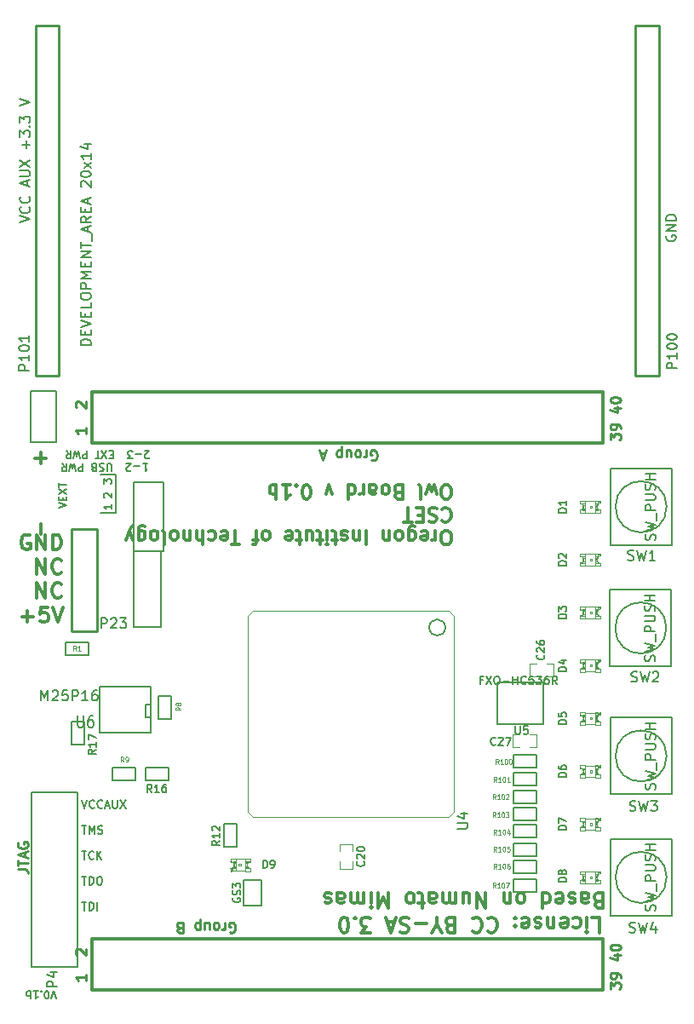
<source format=gto>
G04 (created by PCBNEW (2013-jul-07)-stable) date Sat 01 Nov 2014 03:24:29 PM PDT*
%MOIN*%
G04 Gerber Fmt 3.4, Leading zero omitted, Abs format*
%FSLAX34Y34*%
G01*
G70*
G90*
G04 APERTURE LIST*
%ADD10C,0.00590551*%
%ADD11C,0.011811*%
%ADD12C,0.0075*%
%ADD13C,0.01*%
%ADD14C,0.00787402*%
%ADD15C,0.01375*%
%ADD16C,0.00625*%
%ADD17C,0.0125*%
%ADD18C,0.005*%
%ADD19C,0.00393701*%
%ADD20C,0.006*%
%ADD21C,0.0026*%
%ADD22C,0.004*%
%ADD23C,0.002*%
%ADD24C,0.0047*%
%ADD25C,0.012*%
%ADD26C,0.008*%
%ADD27C,0.0045*%
G04 APERTURE END LIST*
G54D10*
X70608Y-47473D02*
X70713Y-47788D01*
X70818Y-47473D01*
X71103Y-47758D02*
X71088Y-47773D01*
X71043Y-47788D01*
X71013Y-47788D01*
X70968Y-47773D01*
X70938Y-47743D01*
X70923Y-47713D01*
X70908Y-47653D01*
X70908Y-47608D01*
X70923Y-47548D01*
X70938Y-47518D01*
X70968Y-47488D01*
X71013Y-47473D01*
X71043Y-47473D01*
X71088Y-47488D01*
X71103Y-47503D01*
X71418Y-47758D02*
X71403Y-47773D01*
X71358Y-47788D01*
X71328Y-47788D01*
X71283Y-47773D01*
X71253Y-47743D01*
X71238Y-47713D01*
X71223Y-47653D01*
X71223Y-47608D01*
X71238Y-47548D01*
X71253Y-47518D01*
X71283Y-47488D01*
X71328Y-47473D01*
X71358Y-47473D01*
X71403Y-47488D01*
X71418Y-47503D01*
X71538Y-47698D02*
X71688Y-47698D01*
X71508Y-47788D02*
X71613Y-47473D01*
X71718Y-47788D01*
X71823Y-47473D02*
X71823Y-47728D01*
X71838Y-47758D01*
X71853Y-47773D01*
X71883Y-47788D01*
X71943Y-47788D01*
X71973Y-47773D01*
X71988Y-47758D01*
X72003Y-47728D01*
X72003Y-47473D01*
X72123Y-47473D02*
X72333Y-47788D01*
X72333Y-47473D02*
X72123Y-47788D01*
X70608Y-48473D02*
X70788Y-48473D01*
X70698Y-48788D02*
X70698Y-48473D01*
X70893Y-48788D02*
X70893Y-48473D01*
X70998Y-48698D01*
X71103Y-48473D01*
X71103Y-48788D01*
X71238Y-48773D02*
X71283Y-48788D01*
X71358Y-48788D01*
X71388Y-48773D01*
X71403Y-48758D01*
X71418Y-48728D01*
X71418Y-48698D01*
X71403Y-48668D01*
X71388Y-48653D01*
X71358Y-48638D01*
X71298Y-48623D01*
X71268Y-48608D01*
X71253Y-48593D01*
X71238Y-48563D01*
X71238Y-48533D01*
X71253Y-48503D01*
X71268Y-48488D01*
X71298Y-48473D01*
X71373Y-48473D01*
X71418Y-48488D01*
X70608Y-49473D02*
X70788Y-49473D01*
X70698Y-49788D02*
X70698Y-49473D01*
X71073Y-49758D02*
X71058Y-49773D01*
X71013Y-49788D01*
X70983Y-49788D01*
X70938Y-49773D01*
X70908Y-49743D01*
X70893Y-49713D01*
X70878Y-49653D01*
X70878Y-49608D01*
X70893Y-49548D01*
X70908Y-49518D01*
X70938Y-49488D01*
X70983Y-49473D01*
X71013Y-49473D01*
X71058Y-49488D01*
X71073Y-49503D01*
X71208Y-49788D02*
X71208Y-49473D01*
X71388Y-49788D02*
X71253Y-49608D01*
X71388Y-49473D02*
X71208Y-49653D01*
X70608Y-50473D02*
X70788Y-50473D01*
X70698Y-50788D02*
X70698Y-50473D01*
X70893Y-50788D02*
X70893Y-50473D01*
X70968Y-50473D01*
X71013Y-50488D01*
X71043Y-50518D01*
X71058Y-50548D01*
X71073Y-50608D01*
X71073Y-50653D01*
X71058Y-50713D01*
X71043Y-50743D01*
X71013Y-50773D01*
X70968Y-50788D01*
X70893Y-50788D01*
X71268Y-50473D02*
X71328Y-50473D01*
X71358Y-50488D01*
X71388Y-50518D01*
X71403Y-50578D01*
X71403Y-50683D01*
X71388Y-50743D01*
X71358Y-50773D01*
X71328Y-50788D01*
X71268Y-50788D01*
X71238Y-50773D01*
X71208Y-50743D01*
X71193Y-50683D01*
X71193Y-50578D01*
X71208Y-50518D01*
X71238Y-50488D01*
X71268Y-50473D01*
X70608Y-51473D02*
X70788Y-51473D01*
X70698Y-51788D02*
X70698Y-51473D01*
X70893Y-51788D02*
X70893Y-51473D01*
X70968Y-51473D01*
X71013Y-51488D01*
X71043Y-51518D01*
X71058Y-51548D01*
X71073Y-51608D01*
X71073Y-51653D01*
X71058Y-51713D01*
X71043Y-51743D01*
X71013Y-51773D01*
X70968Y-51788D01*
X70893Y-51788D01*
X71208Y-51788D02*
X71208Y-51473D01*
G54D11*
X90580Y-52064D02*
X90861Y-52064D01*
X90861Y-52654D01*
X90383Y-52064D02*
X90383Y-52457D01*
X90383Y-52654D02*
X90411Y-52626D01*
X90383Y-52598D01*
X90355Y-52626D01*
X90383Y-52654D01*
X90383Y-52598D01*
X89849Y-52092D02*
X89905Y-52064D01*
X90017Y-52064D01*
X90074Y-52092D01*
X90102Y-52120D01*
X90130Y-52176D01*
X90130Y-52345D01*
X90102Y-52401D01*
X90074Y-52429D01*
X90017Y-52457D01*
X89905Y-52457D01*
X89849Y-52429D01*
X89371Y-52092D02*
X89427Y-52064D01*
X89539Y-52064D01*
X89596Y-52092D01*
X89624Y-52148D01*
X89624Y-52373D01*
X89596Y-52429D01*
X89539Y-52457D01*
X89427Y-52457D01*
X89371Y-52429D01*
X89343Y-52373D01*
X89343Y-52317D01*
X89624Y-52260D01*
X89089Y-52457D02*
X89089Y-52064D01*
X89089Y-52401D02*
X89061Y-52429D01*
X89005Y-52457D01*
X88921Y-52457D01*
X88865Y-52429D01*
X88836Y-52373D01*
X88836Y-52064D01*
X88583Y-52092D02*
X88527Y-52064D01*
X88415Y-52064D01*
X88358Y-52092D01*
X88330Y-52148D01*
X88330Y-52176D01*
X88358Y-52232D01*
X88415Y-52260D01*
X88499Y-52260D01*
X88555Y-52289D01*
X88583Y-52345D01*
X88583Y-52373D01*
X88555Y-52429D01*
X88499Y-52457D01*
X88415Y-52457D01*
X88358Y-52429D01*
X87852Y-52092D02*
X87908Y-52064D01*
X88021Y-52064D01*
X88077Y-52092D01*
X88105Y-52148D01*
X88105Y-52373D01*
X88077Y-52429D01*
X88021Y-52457D01*
X87908Y-52457D01*
X87852Y-52429D01*
X87824Y-52373D01*
X87824Y-52317D01*
X88105Y-52260D01*
X87571Y-52120D02*
X87543Y-52092D01*
X87571Y-52064D01*
X87599Y-52092D01*
X87571Y-52120D01*
X87571Y-52064D01*
X87571Y-52429D02*
X87543Y-52401D01*
X87571Y-52373D01*
X87599Y-52401D01*
X87571Y-52429D01*
X87571Y-52373D01*
X86502Y-52120D02*
X86530Y-52092D01*
X86615Y-52064D01*
X86671Y-52064D01*
X86755Y-52092D01*
X86812Y-52148D01*
X86840Y-52204D01*
X86868Y-52317D01*
X86868Y-52401D01*
X86840Y-52514D01*
X86812Y-52570D01*
X86755Y-52626D01*
X86671Y-52654D01*
X86615Y-52654D01*
X86530Y-52626D01*
X86502Y-52598D01*
X85912Y-52120D02*
X85940Y-52092D01*
X86024Y-52064D01*
X86080Y-52064D01*
X86165Y-52092D01*
X86221Y-52148D01*
X86249Y-52204D01*
X86277Y-52317D01*
X86277Y-52401D01*
X86249Y-52514D01*
X86221Y-52570D01*
X86165Y-52626D01*
X86080Y-52654D01*
X86024Y-52654D01*
X85940Y-52626D01*
X85912Y-52598D01*
X85012Y-52373D02*
X84928Y-52345D01*
X84899Y-52317D01*
X84871Y-52260D01*
X84871Y-52176D01*
X84899Y-52120D01*
X84928Y-52092D01*
X84984Y-52064D01*
X85209Y-52064D01*
X85209Y-52654D01*
X85012Y-52654D01*
X84956Y-52626D01*
X84928Y-52598D01*
X84899Y-52542D01*
X84899Y-52485D01*
X84928Y-52429D01*
X84956Y-52401D01*
X85012Y-52373D01*
X85209Y-52373D01*
X84506Y-52345D02*
X84506Y-52064D01*
X84703Y-52654D02*
X84506Y-52345D01*
X84309Y-52654D01*
X84112Y-52289D02*
X83662Y-52289D01*
X83409Y-52092D02*
X83325Y-52064D01*
X83184Y-52064D01*
X83128Y-52092D01*
X83100Y-52120D01*
X83071Y-52176D01*
X83071Y-52232D01*
X83100Y-52289D01*
X83128Y-52317D01*
X83184Y-52345D01*
X83296Y-52373D01*
X83353Y-52401D01*
X83381Y-52429D01*
X83409Y-52485D01*
X83409Y-52542D01*
X83381Y-52598D01*
X83353Y-52626D01*
X83296Y-52654D01*
X83156Y-52654D01*
X83071Y-52626D01*
X82847Y-52232D02*
X82565Y-52232D01*
X82903Y-52064D02*
X82706Y-52654D01*
X82509Y-52064D01*
X81919Y-52654D02*
X81553Y-52654D01*
X81750Y-52429D01*
X81665Y-52429D01*
X81609Y-52401D01*
X81581Y-52373D01*
X81553Y-52317D01*
X81553Y-52176D01*
X81581Y-52120D01*
X81609Y-52092D01*
X81665Y-52064D01*
X81834Y-52064D01*
X81890Y-52092D01*
X81919Y-52120D01*
X81300Y-52120D02*
X81272Y-52092D01*
X81300Y-52064D01*
X81328Y-52092D01*
X81300Y-52120D01*
X81300Y-52064D01*
X80906Y-52654D02*
X80850Y-52654D01*
X80794Y-52626D01*
X80766Y-52598D01*
X80737Y-52542D01*
X80709Y-52429D01*
X80709Y-52289D01*
X80737Y-52176D01*
X80766Y-52120D01*
X80794Y-52092D01*
X80850Y-52064D01*
X80906Y-52064D01*
X80962Y-52092D01*
X80991Y-52120D01*
X81019Y-52176D01*
X81047Y-52289D01*
X81047Y-52429D01*
X81019Y-52542D01*
X80991Y-52598D01*
X80962Y-52626D01*
X80906Y-52654D01*
X90819Y-51428D02*
X90735Y-51400D01*
X90706Y-51372D01*
X90678Y-51316D01*
X90678Y-51231D01*
X90706Y-51175D01*
X90735Y-51147D01*
X90791Y-51119D01*
X91016Y-51119D01*
X91016Y-51709D01*
X90819Y-51709D01*
X90763Y-51681D01*
X90735Y-51653D01*
X90706Y-51597D01*
X90706Y-51541D01*
X90735Y-51484D01*
X90763Y-51456D01*
X90819Y-51428D01*
X91016Y-51428D01*
X90172Y-51119D02*
X90172Y-51428D01*
X90200Y-51484D01*
X90257Y-51512D01*
X90369Y-51512D01*
X90425Y-51484D01*
X90172Y-51147D02*
X90228Y-51119D01*
X90369Y-51119D01*
X90425Y-51147D01*
X90453Y-51203D01*
X90453Y-51259D01*
X90425Y-51316D01*
X90369Y-51344D01*
X90228Y-51344D01*
X90172Y-51372D01*
X89919Y-51147D02*
X89863Y-51119D01*
X89750Y-51119D01*
X89694Y-51147D01*
X89666Y-51203D01*
X89666Y-51231D01*
X89694Y-51287D01*
X89750Y-51316D01*
X89835Y-51316D01*
X89891Y-51344D01*
X89919Y-51400D01*
X89919Y-51428D01*
X89891Y-51484D01*
X89835Y-51512D01*
X89750Y-51512D01*
X89694Y-51484D01*
X89188Y-51147D02*
X89244Y-51119D01*
X89357Y-51119D01*
X89413Y-51147D01*
X89441Y-51203D01*
X89441Y-51428D01*
X89413Y-51484D01*
X89357Y-51512D01*
X89244Y-51512D01*
X89188Y-51484D01*
X89160Y-51428D01*
X89160Y-51372D01*
X89441Y-51316D01*
X88654Y-51119D02*
X88654Y-51709D01*
X88654Y-51147D02*
X88710Y-51119D01*
X88822Y-51119D01*
X88879Y-51147D01*
X88907Y-51175D01*
X88935Y-51231D01*
X88935Y-51400D01*
X88907Y-51456D01*
X88879Y-51484D01*
X88822Y-51512D01*
X88710Y-51512D01*
X88654Y-51484D01*
X87838Y-51119D02*
X87894Y-51147D01*
X87922Y-51175D01*
X87951Y-51231D01*
X87951Y-51400D01*
X87922Y-51456D01*
X87894Y-51484D01*
X87838Y-51512D01*
X87754Y-51512D01*
X87697Y-51484D01*
X87669Y-51456D01*
X87641Y-51400D01*
X87641Y-51231D01*
X87669Y-51175D01*
X87697Y-51147D01*
X87754Y-51119D01*
X87838Y-51119D01*
X87388Y-51512D02*
X87388Y-51119D01*
X87388Y-51456D02*
X87360Y-51484D01*
X87304Y-51512D01*
X87219Y-51512D01*
X87163Y-51484D01*
X87135Y-51428D01*
X87135Y-51119D01*
X86404Y-51119D02*
X86404Y-51709D01*
X86066Y-51119D01*
X86066Y-51709D01*
X85532Y-51512D02*
X85532Y-51119D01*
X85785Y-51512D02*
X85785Y-51203D01*
X85757Y-51147D01*
X85701Y-51119D01*
X85616Y-51119D01*
X85560Y-51147D01*
X85532Y-51175D01*
X85251Y-51119D02*
X85251Y-51512D01*
X85251Y-51456D02*
X85223Y-51484D01*
X85167Y-51512D01*
X85082Y-51512D01*
X85026Y-51484D01*
X84998Y-51428D01*
X84998Y-51119D01*
X84998Y-51428D02*
X84970Y-51484D01*
X84913Y-51512D01*
X84829Y-51512D01*
X84773Y-51484D01*
X84745Y-51428D01*
X84745Y-51119D01*
X84210Y-51119D02*
X84210Y-51428D01*
X84239Y-51484D01*
X84295Y-51512D01*
X84407Y-51512D01*
X84464Y-51484D01*
X84210Y-51147D02*
X84267Y-51119D01*
X84407Y-51119D01*
X84464Y-51147D01*
X84492Y-51203D01*
X84492Y-51259D01*
X84464Y-51316D01*
X84407Y-51344D01*
X84267Y-51344D01*
X84210Y-51372D01*
X84014Y-51512D02*
X83789Y-51512D01*
X83929Y-51709D02*
X83929Y-51203D01*
X83901Y-51147D01*
X83845Y-51119D01*
X83789Y-51119D01*
X83507Y-51119D02*
X83564Y-51147D01*
X83592Y-51175D01*
X83620Y-51231D01*
X83620Y-51400D01*
X83592Y-51456D01*
X83564Y-51484D01*
X83507Y-51512D01*
X83423Y-51512D01*
X83367Y-51484D01*
X83339Y-51456D01*
X83311Y-51400D01*
X83311Y-51231D01*
X83339Y-51175D01*
X83367Y-51147D01*
X83423Y-51119D01*
X83507Y-51119D01*
X82607Y-51119D02*
X82607Y-51709D01*
X82411Y-51287D01*
X82214Y-51709D01*
X82214Y-51119D01*
X81933Y-51119D02*
X81933Y-51512D01*
X81933Y-51709D02*
X81961Y-51681D01*
X81933Y-51653D01*
X81904Y-51681D01*
X81933Y-51709D01*
X81933Y-51653D01*
X81651Y-51119D02*
X81651Y-51512D01*
X81651Y-51456D02*
X81623Y-51484D01*
X81567Y-51512D01*
X81483Y-51512D01*
X81426Y-51484D01*
X81398Y-51428D01*
X81398Y-51119D01*
X81398Y-51428D02*
X81370Y-51484D01*
X81314Y-51512D01*
X81230Y-51512D01*
X81173Y-51484D01*
X81145Y-51428D01*
X81145Y-51119D01*
X80611Y-51119D02*
X80611Y-51428D01*
X80639Y-51484D01*
X80695Y-51512D01*
X80808Y-51512D01*
X80864Y-51484D01*
X80611Y-51147D02*
X80667Y-51119D01*
X80808Y-51119D01*
X80864Y-51147D01*
X80892Y-51203D01*
X80892Y-51259D01*
X80864Y-51316D01*
X80808Y-51344D01*
X80667Y-51344D01*
X80611Y-51372D01*
X80358Y-51147D02*
X80302Y-51119D01*
X80189Y-51119D01*
X80133Y-51147D01*
X80105Y-51203D01*
X80105Y-51231D01*
X80133Y-51287D01*
X80189Y-51316D01*
X80273Y-51316D01*
X80330Y-51344D01*
X80358Y-51400D01*
X80358Y-51428D01*
X80330Y-51484D01*
X80273Y-51512D01*
X80189Y-51512D01*
X80133Y-51484D01*
X68571Y-37117D02*
X68515Y-37089D01*
X68430Y-37089D01*
X68346Y-37117D01*
X68290Y-37173D01*
X68262Y-37230D01*
X68233Y-37342D01*
X68233Y-37426D01*
X68262Y-37539D01*
X68290Y-37595D01*
X68346Y-37651D01*
X68430Y-37679D01*
X68487Y-37679D01*
X68571Y-37651D01*
X68599Y-37623D01*
X68599Y-37426D01*
X68487Y-37426D01*
X68852Y-37679D02*
X68852Y-37089D01*
X69190Y-37679D01*
X69190Y-37089D01*
X69471Y-37679D02*
X69471Y-37089D01*
X69611Y-37089D01*
X69696Y-37117D01*
X69752Y-37173D01*
X69780Y-37230D01*
X69808Y-37342D01*
X69808Y-37426D01*
X69780Y-37539D01*
X69752Y-37595D01*
X69696Y-37651D01*
X69611Y-37679D01*
X69471Y-37679D01*
X68852Y-38624D02*
X68852Y-38034D01*
X69190Y-38624D01*
X69190Y-38034D01*
X69808Y-38568D02*
X69780Y-38596D01*
X69696Y-38624D01*
X69640Y-38624D01*
X69555Y-38596D01*
X69499Y-38540D01*
X69471Y-38484D01*
X69443Y-38371D01*
X69443Y-38287D01*
X69471Y-38174D01*
X69499Y-38118D01*
X69555Y-38062D01*
X69640Y-38034D01*
X69696Y-38034D01*
X69780Y-38062D01*
X69808Y-38090D01*
X68852Y-39569D02*
X68852Y-38979D01*
X69190Y-39569D01*
X69190Y-38979D01*
X69808Y-39513D02*
X69780Y-39541D01*
X69696Y-39569D01*
X69640Y-39569D01*
X69555Y-39541D01*
X69499Y-39485D01*
X69471Y-39429D01*
X69443Y-39316D01*
X69443Y-39232D01*
X69471Y-39119D01*
X69499Y-39063D01*
X69555Y-39007D01*
X69640Y-38979D01*
X69696Y-38979D01*
X69780Y-39007D01*
X69808Y-39035D01*
X68262Y-40289D02*
X68712Y-40289D01*
X68487Y-40514D02*
X68487Y-40064D01*
X69274Y-39924D02*
X68993Y-39924D01*
X68965Y-40205D01*
X68993Y-40177D01*
X69049Y-40149D01*
X69190Y-40149D01*
X69246Y-40177D01*
X69274Y-40205D01*
X69302Y-40261D01*
X69302Y-40402D01*
X69274Y-40458D01*
X69246Y-40486D01*
X69190Y-40514D01*
X69049Y-40514D01*
X68993Y-40486D01*
X68965Y-40458D01*
X69471Y-39924D02*
X69668Y-40514D01*
X69865Y-39924D01*
G54D12*
X69608Y-55245D02*
X69508Y-54945D01*
X69408Y-55245D01*
X69251Y-55245D02*
X69222Y-55245D01*
X69194Y-55231D01*
X69180Y-55216D01*
X69165Y-55188D01*
X69151Y-55131D01*
X69151Y-55059D01*
X69165Y-55002D01*
X69180Y-54974D01*
X69194Y-54959D01*
X69222Y-54945D01*
X69251Y-54945D01*
X69280Y-54959D01*
X69294Y-54974D01*
X69308Y-55002D01*
X69322Y-55059D01*
X69322Y-55131D01*
X69308Y-55188D01*
X69294Y-55216D01*
X69280Y-55231D01*
X69251Y-55245D01*
X69022Y-54974D02*
X69008Y-54959D01*
X69022Y-54945D01*
X69037Y-54959D01*
X69022Y-54974D01*
X69022Y-54945D01*
X68722Y-54945D02*
X68894Y-54945D01*
X68808Y-54945D02*
X68808Y-55245D01*
X68837Y-55202D01*
X68865Y-55174D01*
X68894Y-55159D01*
X68594Y-54945D02*
X68594Y-55245D01*
X68594Y-55131D02*
X68565Y-55145D01*
X68508Y-55145D01*
X68480Y-55131D01*
X68465Y-55116D01*
X68451Y-55088D01*
X68451Y-55002D01*
X68465Y-54974D01*
X68480Y-54959D01*
X68508Y-54945D01*
X68565Y-54945D01*
X68594Y-54959D01*
G54D13*
X91425Y-32124D02*
X91691Y-32124D01*
X91272Y-32219D02*
X91558Y-32314D01*
X91558Y-32067D01*
X91291Y-31838D02*
X91291Y-31800D01*
X91310Y-31762D01*
X91330Y-31743D01*
X91368Y-31724D01*
X91444Y-31705D01*
X91539Y-31705D01*
X91615Y-31724D01*
X91653Y-31743D01*
X91672Y-31762D01*
X91691Y-31800D01*
X91691Y-31838D01*
X91672Y-31876D01*
X91653Y-31895D01*
X91615Y-31914D01*
X91539Y-31933D01*
X91444Y-31933D01*
X91368Y-31914D01*
X91330Y-31895D01*
X91310Y-31876D01*
X91291Y-31838D01*
X91291Y-33383D02*
X91291Y-33136D01*
X91444Y-33269D01*
X91444Y-33212D01*
X91463Y-33174D01*
X91482Y-33155D01*
X91520Y-33136D01*
X91615Y-33136D01*
X91653Y-33155D01*
X91672Y-33174D01*
X91691Y-33212D01*
X91691Y-33326D01*
X91672Y-33364D01*
X91653Y-33383D01*
X91691Y-32945D02*
X91691Y-32869D01*
X91672Y-32831D01*
X91653Y-32812D01*
X91596Y-32774D01*
X91520Y-32755D01*
X91368Y-32755D01*
X91330Y-32774D01*
X91310Y-32793D01*
X91291Y-32831D01*
X91291Y-32907D01*
X91310Y-32945D01*
X91330Y-32964D01*
X91368Y-32983D01*
X91463Y-32983D01*
X91501Y-32964D01*
X91520Y-32945D01*
X91539Y-32907D01*
X91539Y-32831D01*
X91520Y-32793D01*
X91501Y-32774D01*
X91463Y-32755D01*
X70757Y-32904D02*
X70757Y-33133D01*
X70757Y-33018D02*
X70357Y-33018D01*
X70415Y-33057D01*
X70453Y-33095D01*
X70472Y-33133D01*
X70396Y-32111D02*
X70376Y-32092D01*
X70357Y-32054D01*
X70357Y-31958D01*
X70376Y-31920D01*
X70396Y-31901D01*
X70434Y-31882D01*
X70472Y-31882D01*
X70529Y-31901D01*
X70757Y-32130D01*
X70757Y-31882D01*
X70396Y-53524D02*
X70376Y-53505D01*
X70357Y-53467D01*
X70357Y-53371D01*
X70376Y-53333D01*
X70396Y-53314D01*
X70434Y-53295D01*
X70472Y-53295D01*
X70529Y-53314D01*
X70757Y-53543D01*
X70757Y-53295D01*
X91425Y-53544D02*
X91691Y-53544D01*
X91272Y-53639D02*
X91558Y-53734D01*
X91558Y-53487D01*
X91291Y-53258D02*
X91291Y-53220D01*
X91310Y-53182D01*
X91330Y-53163D01*
X91368Y-53144D01*
X91444Y-53125D01*
X91539Y-53125D01*
X91615Y-53144D01*
X91653Y-53163D01*
X91672Y-53182D01*
X91691Y-53220D01*
X91691Y-53258D01*
X91672Y-53296D01*
X91653Y-53315D01*
X91615Y-53334D01*
X91539Y-53353D01*
X91444Y-53353D01*
X91368Y-53334D01*
X91330Y-53315D01*
X91310Y-53296D01*
X91291Y-53258D01*
X91291Y-54859D02*
X91291Y-54612D01*
X91444Y-54745D01*
X91444Y-54688D01*
X91463Y-54650D01*
X91482Y-54631D01*
X91520Y-54612D01*
X91615Y-54612D01*
X91653Y-54631D01*
X91672Y-54650D01*
X91691Y-54688D01*
X91691Y-54802D01*
X91672Y-54840D01*
X91653Y-54859D01*
X91691Y-54421D02*
X91691Y-54345D01*
X91672Y-54307D01*
X91653Y-54288D01*
X91596Y-54250D01*
X91520Y-54231D01*
X91368Y-54231D01*
X91330Y-54250D01*
X91310Y-54269D01*
X91291Y-54307D01*
X91291Y-54383D01*
X91310Y-54421D01*
X91330Y-54440D01*
X91368Y-54459D01*
X91463Y-54459D01*
X91501Y-54440D01*
X91520Y-54421D01*
X91539Y-54383D01*
X91539Y-54307D01*
X91520Y-54269D01*
X91501Y-54250D01*
X91463Y-54231D01*
G54D14*
X71925Y-34750D02*
X71350Y-34750D01*
X71925Y-36250D02*
X71925Y-34750D01*
X71350Y-36250D02*
X71925Y-36250D01*
G54D13*
X70757Y-54299D02*
X70757Y-54528D01*
X70757Y-54413D02*
X70357Y-54413D01*
X70415Y-54452D01*
X70453Y-54490D01*
X70472Y-54528D01*
G54D12*
X69721Y-36042D02*
X70021Y-35942D01*
X69721Y-35842D01*
X69864Y-35742D02*
X69864Y-35642D01*
X70021Y-35599D02*
X70021Y-35742D01*
X69721Y-35742D01*
X69721Y-35599D01*
X69721Y-35499D02*
X70021Y-35299D01*
X69721Y-35299D02*
X70021Y-35499D01*
X69721Y-35228D02*
X69721Y-35057D01*
X70021Y-35142D02*
X69721Y-35142D01*
G54D15*
X68993Y-37077D02*
X68993Y-36658D01*
X68993Y-34301D02*
X68993Y-33882D01*
X69202Y-34091D02*
X68783Y-34091D01*
G54D12*
X71471Y-35100D02*
X71471Y-34914D01*
X71585Y-35014D01*
X71585Y-34971D01*
X71600Y-34942D01*
X71614Y-34928D01*
X71642Y-34914D01*
X71714Y-34914D01*
X71742Y-34928D01*
X71757Y-34942D01*
X71771Y-34971D01*
X71771Y-35057D01*
X71757Y-35085D01*
X71742Y-35100D01*
X71500Y-35635D02*
X71485Y-35621D01*
X71471Y-35592D01*
X71471Y-35521D01*
X71485Y-35492D01*
X71500Y-35478D01*
X71528Y-35464D01*
X71557Y-35464D01*
X71600Y-35478D01*
X71771Y-35650D01*
X71771Y-35464D01*
G54D16*
X71771Y-35914D02*
X71771Y-36085D01*
X71771Y-36000D02*
X71471Y-36000D01*
X71514Y-36028D01*
X71542Y-36057D01*
X71557Y-36085D01*
G54D14*
X73800Y-37750D02*
X73800Y-35050D01*
X73700Y-37750D02*
X73800Y-37750D01*
X72650Y-35050D02*
X73800Y-35050D01*
X72650Y-37750D02*
X72650Y-35050D01*
X72650Y-40700D02*
X72650Y-40150D01*
X73700Y-40700D02*
X72650Y-40700D01*
X73700Y-37750D02*
X73700Y-40700D01*
X72650Y-37750D02*
X73700Y-37750D01*
X72650Y-40200D02*
X72650Y-37750D01*
G54D13*
X81933Y-34165D02*
X81971Y-34184D01*
X82028Y-34184D01*
X82086Y-34165D01*
X82124Y-34126D01*
X82143Y-34088D01*
X82162Y-34012D01*
X82162Y-33955D01*
X82143Y-33879D01*
X82124Y-33841D01*
X82086Y-33803D01*
X82028Y-33784D01*
X81990Y-33784D01*
X81933Y-33803D01*
X81914Y-33822D01*
X81914Y-33955D01*
X81990Y-33955D01*
X81743Y-33784D02*
X81743Y-34050D01*
X81743Y-33974D02*
X81724Y-34012D01*
X81705Y-34031D01*
X81667Y-34050D01*
X81628Y-34050D01*
X81438Y-33784D02*
X81476Y-33803D01*
X81495Y-33822D01*
X81514Y-33860D01*
X81514Y-33974D01*
X81495Y-34012D01*
X81476Y-34031D01*
X81438Y-34050D01*
X81381Y-34050D01*
X81343Y-34031D01*
X81324Y-34012D01*
X81305Y-33974D01*
X81305Y-33860D01*
X81324Y-33822D01*
X81343Y-33803D01*
X81381Y-33784D01*
X81438Y-33784D01*
X80962Y-34050D02*
X80962Y-33784D01*
X81133Y-34050D02*
X81133Y-33841D01*
X81114Y-33803D01*
X81076Y-33784D01*
X81019Y-33784D01*
X80981Y-33803D01*
X80962Y-33822D01*
X80771Y-34050D02*
X80771Y-33650D01*
X80771Y-34031D02*
X80733Y-34050D01*
X80657Y-34050D01*
X80619Y-34031D01*
X80600Y-34012D01*
X80581Y-33974D01*
X80581Y-33860D01*
X80600Y-33822D01*
X80619Y-33803D01*
X80657Y-33784D01*
X80733Y-33784D01*
X80771Y-33803D01*
X80124Y-33898D02*
X79933Y-33898D01*
X80162Y-33784D02*
X80028Y-34184D01*
X79895Y-33784D01*
X76394Y-52644D02*
X76432Y-52663D01*
X76489Y-52663D01*
X76546Y-52644D01*
X76585Y-52606D01*
X76604Y-52568D01*
X76623Y-52491D01*
X76623Y-52434D01*
X76604Y-52358D01*
X76585Y-52320D01*
X76546Y-52282D01*
X76489Y-52263D01*
X76451Y-52263D01*
X76394Y-52282D01*
X76375Y-52301D01*
X76375Y-52434D01*
X76451Y-52434D01*
X76204Y-52263D02*
X76204Y-52529D01*
X76204Y-52453D02*
X76185Y-52491D01*
X76166Y-52510D01*
X76127Y-52529D01*
X76089Y-52529D01*
X75899Y-52263D02*
X75937Y-52282D01*
X75956Y-52301D01*
X75975Y-52339D01*
X75975Y-52453D01*
X75956Y-52491D01*
X75937Y-52510D01*
X75899Y-52529D01*
X75842Y-52529D01*
X75804Y-52510D01*
X75785Y-52491D01*
X75766Y-52453D01*
X75766Y-52339D01*
X75785Y-52301D01*
X75804Y-52282D01*
X75842Y-52263D01*
X75899Y-52263D01*
X75423Y-52529D02*
X75423Y-52263D01*
X75594Y-52529D02*
X75594Y-52320D01*
X75575Y-52282D01*
X75537Y-52263D01*
X75480Y-52263D01*
X75442Y-52282D01*
X75423Y-52301D01*
X75232Y-52529D02*
X75232Y-52129D01*
X75232Y-52510D02*
X75194Y-52529D01*
X75118Y-52529D01*
X75080Y-52510D01*
X75061Y-52491D01*
X75042Y-52453D01*
X75042Y-52339D01*
X75061Y-52301D01*
X75080Y-52282D01*
X75118Y-52263D01*
X75194Y-52263D01*
X75232Y-52282D01*
X74432Y-52472D02*
X74375Y-52453D01*
X74356Y-52434D01*
X74337Y-52396D01*
X74337Y-52339D01*
X74356Y-52301D01*
X74375Y-52282D01*
X74413Y-52263D01*
X74566Y-52263D01*
X74566Y-52663D01*
X74432Y-52663D01*
X74394Y-52644D01*
X74375Y-52625D01*
X74356Y-52587D01*
X74356Y-52549D01*
X74375Y-52510D01*
X74394Y-52491D01*
X74432Y-52472D01*
X74566Y-52472D01*
G54D17*
X84926Y-37485D02*
X84821Y-37485D01*
X84769Y-37459D01*
X84716Y-37406D01*
X84690Y-37302D01*
X84690Y-37118D01*
X84716Y-37013D01*
X84769Y-36961D01*
X84821Y-36935D01*
X84926Y-36935D01*
X84978Y-36961D01*
X85031Y-37013D01*
X85057Y-37118D01*
X85057Y-37302D01*
X85031Y-37406D01*
X84978Y-37459D01*
X84926Y-37485D01*
X84454Y-36935D02*
X84454Y-37302D01*
X84454Y-37197D02*
X84428Y-37249D01*
X84402Y-37275D01*
X84350Y-37302D01*
X84297Y-37302D01*
X83904Y-36961D02*
X83957Y-36935D01*
X84061Y-36935D01*
X84114Y-36961D01*
X84140Y-37013D01*
X84140Y-37223D01*
X84114Y-37275D01*
X84061Y-37302D01*
X83957Y-37302D01*
X83904Y-37275D01*
X83878Y-37223D01*
X83878Y-37171D01*
X84140Y-37118D01*
X83407Y-37302D02*
X83407Y-36856D01*
X83433Y-36804D01*
X83459Y-36778D01*
X83511Y-36752D01*
X83590Y-36752D01*
X83642Y-36778D01*
X83407Y-36961D02*
X83459Y-36935D01*
X83564Y-36935D01*
X83616Y-36961D01*
X83642Y-36987D01*
X83669Y-37040D01*
X83669Y-37197D01*
X83642Y-37249D01*
X83616Y-37275D01*
X83564Y-37302D01*
X83459Y-37302D01*
X83407Y-37275D01*
X83066Y-36935D02*
X83119Y-36961D01*
X83145Y-36987D01*
X83171Y-37040D01*
X83171Y-37197D01*
X83145Y-37249D01*
X83119Y-37275D01*
X83066Y-37302D01*
X82988Y-37302D01*
X82935Y-37275D01*
X82909Y-37249D01*
X82883Y-37197D01*
X82883Y-37040D01*
X82909Y-36987D01*
X82935Y-36961D01*
X82988Y-36935D01*
X83066Y-36935D01*
X82647Y-37302D02*
X82647Y-36935D01*
X82647Y-37249D02*
X82621Y-37275D01*
X82569Y-37302D01*
X82490Y-37302D01*
X82438Y-37275D01*
X82412Y-37223D01*
X82412Y-36935D01*
X81731Y-36935D02*
X81731Y-37485D01*
X81469Y-37302D02*
X81469Y-36935D01*
X81469Y-37249D02*
X81442Y-37275D01*
X81390Y-37302D01*
X81312Y-37302D01*
X81259Y-37275D01*
X81233Y-37223D01*
X81233Y-36935D01*
X80997Y-36961D02*
X80945Y-36935D01*
X80840Y-36935D01*
X80788Y-36961D01*
X80762Y-37013D01*
X80762Y-37040D01*
X80788Y-37092D01*
X80840Y-37118D01*
X80919Y-37118D01*
X80971Y-37144D01*
X80997Y-37197D01*
X80997Y-37223D01*
X80971Y-37275D01*
X80919Y-37302D01*
X80840Y-37302D01*
X80788Y-37275D01*
X80604Y-37302D02*
X80395Y-37302D01*
X80526Y-37485D02*
X80526Y-37013D01*
X80500Y-36961D01*
X80447Y-36935D01*
X80395Y-36935D01*
X80212Y-36935D02*
X80212Y-37302D01*
X80212Y-37485D02*
X80238Y-37459D01*
X80212Y-37433D01*
X80185Y-37459D01*
X80212Y-37485D01*
X80212Y-37433D01*
X80028Y-37302D02*
X79819Y-37302D01*
X79950Y-37485D02*
X79950Y-37013D01*
X79923Y-36961D01*
X79871Y-36935D01*
X79819Y-36935D01*
X79400Y-37302D02*
X79400Y-36935D01*
X79635Y-37302D02*
X79635Y-37013D01*
X79609Y-36961D01*
X79557Y-36935D01*
X79478Y-36935D01*
X79426Y-36961D01*
X79400Y-36987D01*
X79216Y-37302D02*
X79007Y-37302D01*
X79138Y-37485D02*
X79138Y-37013D01*
X79112Y-36961D01*
X79059Y-36935D01*
X79007Y-36935D01*
X78614Y-36961D02*
X78666Y-36935D01*
X78771Y-36935D01*
X78823Y-36961D01*
X78850Y-37013D01*
X78850Y-37223D01*
X78823Y-37275D01*
X78771Y-37302D01*
X78666Y-37302D01*
X78614Y-37275D01*
X78588Y-37223D01*
X78588Y-37171D01*
X78850Y-37118D01*
X77854Y-36935D02*
X77907Y-36961D01*
X77933Y-36987D01*
X77959Y-37040D01*
X77959Y-37197D01*
X77933Y-37249D01*
X77907Y-37275D01*
X77854Y-37302D01*
X77776Y-37302D01*
X77723Y-37275D01*
X77697Y-37249D01*
X77671Y-37197D01*
X77671Y-37040D01*
X77697Y-36987D01*
X77723Y-36961D01*
X77776Y-36935D01*
X77854Y-36935D01*
X77514Y-37302D02*
X77304Y-37302D01*
X77435Y-36935D02*
X77435Y-37406D01*
X77409Y-37459D01*
X77357Y-37485D01*
X77304Y-37485D01*
X76781Y-37485D02*
X76466Y-37485D01*
X76623Y-36935D02*
X76623Y-37485D01*
X76073Y-36961D02*
X76126Y-36935D01*
X76231Y-36935D01*
X76283Y-36961D01*
X76309Y-37013D01*
X76309Y-37223D01*
X76283Y-37275D01*
X76231Y-37302D01*
X76126Y-37302D01*
X76073Y-37275D01*
X76047Y-37223D01*
X76047Y-37171D01*
X76309Y-37118D01*
X75576Y-36961D02*
X75628Y-36935D01*
X75733Y-36935D01*
X75785Y-36961D01*
X75811Y-36987D01*
X75838Y-37040D01*
X75838Y-37197D01*
X75811Y-37249D01*
X75785Y-37275D01*
X75733Y-37302D01*
X75628Y-37302D01*
X75576Y-37275D01*
X75340Y-36935D02*
X75340Y-37485D01*
X75104Y-36935D02*
X75104Y-37223D01*
X75131Y-37275D01*
X75183Y-37302D01*
X75261Y-37302D01*
X75314Y-37275D01*
X75340Y-37249D01*
X74842Y-37302D02*
X74842Y-36935D01*
X74842Y-37249D02*
X74816Y-37275D01*
X74764Y-37302D01*
X74685Y-37302D01*
X74633Y-37275D01*
X74607Y-37223D01*
X74607Y-36935D01*
X74266Y-36935D02*
X74319Y-36961D01*
X74345Y-36987D01*
X74371Y-37040D01*
X74371Y-37197D01*
X74345Y-37249D01*
X74319Y-37275D01*
X74266Y-37302D01*
X74188Y-37302D01*
X74135Y-37275D01*
X74109Y-37249D01*
X74083Y-37197D01*
X74083Y-37040D01*
X74109Y-36987D01*
X74135Y-36961D01*
X74188Y-36935D01*
X74266Y-36935D01*
X73769Y-36935D02*
X73821Y-36961D01*
X73847Y-37013D01*
X73847Y-37485D01*
X73481Y-36935D02*
X73533Y-36961D01*
X73559Y-36987D01*
X73585Y-37040D01*
X73585Y-37197D01*
X73559Y-37249D01*
X73533Y-37275D01*
X73481Y-37302D01*
X73402Y-37302D01*
X73350Y-37275D01*
X73323Y-37249D01*
X73297Y-37197D01*
X73297Y-37040D01*
X73323Y-36987D01*
X73350Y-36961D01*
X73402Y-36935D01*
X73481Y-36935D01*
X72826Y-37302D02*
X72826Y-36856D01*
X72852Y-36804D01*
X72878Y-36778D01*
X72931Y-36752D01*
X73009Y-36752D01*
X73062Y-36778D01*
X72826Y-36961D02*
X72878Y-36935D01*
X72983Y-36935D01*
X73035Y-36961D01*
X73062Y-36987D01*
X73088Y-37040D01*
X73088Y-37197D01*
X73062Y-37249D01*
X73035Y-37275D01*
X72983Y-37302D01*
X72878Y-37302D01*
X72826Y-37275D01*
X72616Y-37302D02*
X72485Y-36935D01*
X72354Y-37302D02*
X72485Y-36935D01*
X72538Y-36804D01*
X72564Y-36778D01*
X72616Y-36752D01*
X84716Y-36092D02*
X84742Y-36066D01*
X84821Y-36040D01*
X84873Y-36040D01*
X84952Y-36066D01*
X85004Y-36118D01*
X85031Y-36171D01*
X85057Y-36276D01*
X85057Y-36354D01*
X85031Y-36459D01*
X85004Y-36511D01*
X84952Y-36564D01*
X84873Y-36590D01*
X84821Y-36590D01*
X84742Y-36564D01*
X84716Y-36538D01*
X84507Y-36066D02*
X84428Y-36040D01*
X84297Y-36040D01*
X84245Y-36066D01*
X84219Y-36092D01*
X84192Y-36145D01*
X84192Y-36197D01*
X84219Y-36249D01*
X84245Y-36276D01*
X84297Y-36302D01*
X84402Y-36328D01*
X84454Y-36354D01*
X84481Y-36380D01*
X84507Y-36433D01*
X84507Y-36485D01*
X84481Y-36538D01*
X84454Y-36564D01*
X84402Y-36590D01*
X84271Y-36590D01*
X84192Y-36564D01*
X83957Y-36328D02*
X83773Y-36328D01*
X83695Y-36040D02*
X83957Y-36040D01*
X83957Y-36590D01*
X83695Y-36590D01*
X83538Y-36590D02*
X83223Y-36590D01*
X83381Y-36040D02*
X83381Y-36590D01*
X84926Y-35695D02*
X84821Y-35695D01*
X84769Y-35669D01*
X84716Y-35616D01*
X84690Y-35512D01*
X84690Y-35328D01*
X84716Y-35223D01*
X84769Y-35171D01*
X84821Y-35145D01*
X84926Y-35145D01*
X84978Y-35171D01*
X85031Y-35223D01*
X85057Y-35328D01*
X85057Y-35512D01*
X85031Y-35616D01*
X84978Y-35669D01*
X84926Y-35695D01*
X84507Y-35512D02*
X84402Y-35145D01*
X84297Y-35407D01*
X84192Y-35145D01*
X84088Y-35512D01*
X83800Y-35145D02*
X83852Y-35171D01*
X83878Y-35223D01*
X83878Y-35695D01*
X82988Y-35433D02*
X82909Y-35407D01*
X82883Y-35381D01*
X82857Y-35328D01*
X82857Y-35250D01*
X82883Y-35197D01*
X82909Y-35171D01*
X82961Y-35145D01*
X83171Y-35145D01*
X83171Y-35695D01*
X82988Y-35695D01*
X82935Y-35669D01*
X82909Y-35643D01*
X82883Y-35590D01*
X82883Y-35538D01*
X82909Y-35485D01*
X82935Y-35459D01*
X82988Y-35433D01*
X83171Y-35433D01*
X82542Y-35145D02*
X82595Y-35171D01*
X82621Y-35197D01*
X82647Y-35250D01*
X82647Y-35407D01*
X82621Y-35459D01*
X82595Y-35485D01*
X82542Y-35512D01*
X82464Y-35512D01*
X82411Y-35485D01*
X82385Y-35459D01*
X82359Y-35407D01*
X82359Y-35250D01*
X82385Y-35197D01*
X82411Y-35171D01*
X82464Y-35145D01*
X82542Y-35145D01*
X81888Y-35145D02*
X81888Y-35433D01*
X81914Y-35485D01*
X81966Y-35512D01*
X82071Y-35512D01*
X82123Y-35485D01*
X81888Y-35171D02*
X81940Y-35145D01*
X82071Y-35145D01*
X82123Y-35171D01*
X82150Y-35223D01*
X82150Y-35276D01*
X82123Y-35328D01*
X82071Y-35354D01*
X81940Y-35354D01*
X81888Y-35381D01*
X81626Y-35145D02*
X81626Y-35512D01*
X81626Y-35407D02*
X81600Y-35459D01*
X81573Y-35485D01*
X81521Y-35512D01*
X81469Y-35512D01*
X81050Y-35145D02*
X81050Y-35695D01*
X81050Y-35171D02*
X81102Y-35145D01*
X81207Y-35145D01*
X81259Y-35171D01*
X81285Y-35197D01*
X81312Y-35250D01*
X81312Y-35407D01*
X81285Y-35459D01*
X81259Y-35485D01*
X81207Y-35512D01*
X81102Y-35512D01*
X81050Y-35485D01*
X80421Y-35512D02*
X80290Y-35145D01*
X80159Y-35512D01*
X79426Y-35695D02*
X79373Y-35695D01*
X79321Y-35669D01*
X79295Y-35643D01*
X79269Y-35590D01*
X79242Y-35485D01*
X79242Y-35354D01*
X79269Y-35250D01*
X79295Y-35197D01*
X79321Y-35171D01*
X79373Y-35145D01*
X79426Y-35145D01*
X79478Y-35171D01*
X79504Y-35197D01*
X79531Y-35250D01*
X79557Y-35354D01*
X79557Y-35485D01*
X79531Y-35590D01*
X79504Y-35643D01*
X79478Y-35669D01*
X79426Y-35695D01*
X79007Y-35197D02*
X78981Y-35171D01*
X79007Y-35145D01*
X79033Y-35171D01*
X79007Y-35197D01*
X79007Y-35145D01*
X78457Y-35145D02*
X78771Y-35145D01*
X78614Y-35145D02*
X78614Y-35695D01*
X78666Y-35616D01*
X78719Y-35564D01*
X78771Y-35538D01*
X78221Y-35145D02*
X78221Y-35695D01*
X78221Y-35485D02*
X78169Y-35512D01*
X78064Y-35512D01*
X78012Y-35485D01*
X77985Y-35459D01*
X77959Y-35407D01*
X77959Y-35250D01*
X77985Y-35197D01*
X78012Y-35171D01*
X78064Y-35145D01*
X78169Y-35145D01*
X78221Y-35171D01*
G54D13*
X68104Y-50187D02*
X68390Y-50187D01*
X68447Y-50206D01*
X68485Y-50244D01*
X68504Y-50301D01*
X68504Y-50339D01*
X68104Y-50053D02*
X68104Y-49825D01*
X68504Y-49939D02*
X68104Y-49939D01*
X68390Y-49710D02*
X68390Y-49520D01*
X68504Y-49749D02*
X68104Y-49615D01*
X68504Y-49482D01*
X68123Y-49139D02*
X68104Y-49177D01*
X68104Y-49234D01*
X68123Y-49291D01*
X68161Y-49329D01*
X68199Y-49349D01*
X68275Y-49368D01*
X68332Y-49368D01*
X68409Y-49349D01*
X68447Y-49329D01*
X68485Y-49291D01*
X68504Y-49234D01*
X68504Y-49196D01*
X68485Y-49139D01*
X68466Y-49120D01*
X68332Y-49120D01*
X68332Y-49196D01*
G54D12*
X73009Y-34304D02*
X73181Y-34304D01*
X73095Y-34304D02*
X73095Y-34604D01*
X73124Y-34561D01*
X73152Y-34533D01*
X73181Y-34518D01*
X72881Y-34418D02*
X72652Y-34418D01*
X72524Y-34576D02*
X72509Y-34590D01*
X72481Y-34604D01*
X72409Y-34604D01*
X72381Y-34590D01*
X72366Y-34576D01*
X72352Y-34547D01*
X72352Y-34518D01*
X72366Y-34476D01*
X72538Y-34304D01*
X72352Y-34304D01*
X71767Y-34604D02*
X71767Y-34361D01*
X71752Y-34333D01*
X71738Y-34318D01*
X71709Y-34304D01*
X71652Y-34304D01*
X71624Y-34318D01*
X71609Y-34333D01*
X71595Y-34361D01*
X71595Y-34604D01*
X71467Y-34318D02*
X71424Y-34304D01*
X71352Y-34304D01*
X71324Y-34318D01*
X71309Y-34333D01*
X71295Y-34361D01*
X71295Y-34390D01*
X71309Y-34418D01*
X71324Y-34433D01*
X71352Y-34447D01*
X71409Y-34461D01*
X71438Y-34476D01*
X71452Y-34490D01*
X71467Y-34518D01*
X71467Y-34547D01*
X71452Y-34576D01*
X71438Y-34590D01*
X71409Y-34604D01*
X71338Y-34604D01*
X71295Y-34590D01*
X71067Y-34461D02*
X71024Y-34447D01*
X71009Y-34433D01*
X70995Y-34404D01*
X70995Y-34361D01*
X71009Y-34333D01*
X71024Y-34318D01*
X71052Y-34304D01*
X71167Y-34304D01*
X71167Y-34604D01*
X71067Y-34604D01*
X71038Y-34590D01*
X71024Y-34576D01*
X71009Y-34547D01*
X71009Y-34518D01*
X71024Y-34490D01*
X71038Y-34476D01*
X71067Y-34461D01*
X71167Y-34461D01*
X70638Y-34304D02*
X70638Y-34604D01*
X70524Y-34604D01*
X70495Y-34590D01*
X70481Y-34576D01*
X70467Y-34547D01*
X70467Y-34504D01*
X70481Y-34476D01*
X70495Y-34461D01*
X70524Y-34447D01*
X70638Y-34447D01*
X70367Y-34604D02*
X70295Y-34304D01*
X70238Y-34518D01*
X70181Y-34304D01*
X70109Y-34604D01*
X69824Y-34304D02*
X69924Y-34447D01*
X69995Y-34304D02*
X69995Y-34604D01*
X69881Y-34604D01*
X69852Y-34590D01*
X69838Y-34576D01*
X69824Y-34547D01*
X69824Y-34504D01*
X69838Y-34476D01*
X69852Y-34461D01*
X69881Y-34447D01*
X69995Y-34447D01*
X73238Y-34081D02*
X73224Y-34095D01*
X73195Y-34109D01*
X73124Y-34109D01*
X73095Y-34095D01*
X73081Y-34081D01*
X73066Y-34052D01*
X73066Y-34023D01*
X73081Y-33981D01*
X73252Y-33809D01*
X73066Y-33809D01*
X72938Y-33923D02*
X72709Y-33923D01*
X72595Y-34109D02*
X72409Y-34109D01*
X72509Y-33995D01*
X72466Y-33995D01*
X72438Y-33981D01*
X72424Y-33966D01*
X72409Y-33938D01*
X72409Y-33866D01*
X72424Y-33838D01*
X72438Y-33823D01*
X72466Y-33809D01*
X72552Y-33809D01*
X72581Y-33823D01*
X72595Y-33838D01*
X71824Y-33966D02*
X71724Y-33966D01*
X71681Y-33809D02*
X71824Y-33809D01*
X71824Y-34109D01*
X71681Y-34109D01*
X71581Y-34109D02*
X71381Y-33809D01*
X71381Y-34109D02*
X71581Y-33809D01*
X71309Y-34109D02*
X71138Y-34109D01*
X71224Y-33809D02*
X71224Y-34109D01*
X70809Y-33809D02*
X70809Y-34109D01*
X70695Y-34109D01*
X70667Y-34095D01*
X70652Y-34081D01*
X70638Y-34052D01*
X70638Y-34009D01*
X70652Y-33981D01*
X70667Y-33966D01*
X70695Y-33952D01*
X70809Y-33952D01*
X70538Y-34109D02*
X70467Y-33809D01*
X70409Y-34023D01*
X70352Y-33809D01*
X70281Y-34109D01*
X69995Y-33809D02*
X70095Y-33952D01*
X70167Y-33809D02*
X70167Y-34109D01*
X70052Y-34109D01*
X70024Y-34095D01*
X70009Y-34081D01*
X69995Y-34052D01*
X69995Y-34009D01*
X70009Y-33981D01*
X70024Y-33966D01*
X70052Y-33952D01*
X70167Y-33952D01*
G54D10*
X91300Y-49000D02*
X93700Y-49000D01*
X91300Y-52000D02*
X93700Y-52000D01*
G54D18*
X93500Y-50500D02*
G75*
G03X93500Y-50500I-1000J0D01*
G74*
G01*
X91300Y-52000D02*
X91300Y-49000D01*
X93700Y-49000D02*
X93700Y-52000D01*
G54D10*
X91300Y-44250D02*
X93700Y-44250D01*
X91300Y-47250D02*
X93700Y-47250D01*
G54D18*
X93500Y-45750D02*
G75*
G03X93500Y-45750I-1000J0D01*
G74*
G01*
X91300Y-47250D02*
X91300Y-44250D01*
X93700Y-44250D02*
X93700Y-47250D01*
G54D10*
X91288Y-39240D02*
X93688Y-39240D01*
X91288Y-42240D02*
X93688Y-42240D01*
G54D18*
X93488Y-40740D02*
G75*
G03X93488Y-40740I-1000J0D01*
G74*
G01*
X91288Y-42240D02*
X91288Y-39240D01*
X93688Y-39240D02*
X93688Y-42240D01*
G54D10*
X91300Y-34500D02*
X93700Y-34500D01*
X91300Y-37500D02*
X93700Y-37500D01*
G54D18*
X93500Y-36000D02*
G75*
G03X93500Y-36000I-1000J0D01*
G74*
G01*
X91300Y-37500D02*
X91300Y-34500D01*
X93700Y-34500D02*
X93700Y-37500D01*
G54D19*
X77509Y-48133D02*
X77312Y-48133D01*
X77312Y-48133D02*
X77116Y-47937D01*
X77312Y-40062D02*
X77116Y-40259D01*
X77116Y-40259D02*
X77116Y-47937D01*
X77509Y-48133D02*
X84990Y-48133D01*
X84990Y-48133D02*
X85187Y-47937D01*
X84793Y-40062D02*
X84990Y-40062D01*
X84990Y-40062D02*
X85187Y-40259D01*
X85187Y-40259D02*
X85187Y-40456D01*
X85187Y-47937D02*
X85187Y-47740D01*
X77312Y-40062D02*
X77509Y-40062D01*
X84793Y-40062D02*
X77509Y-40062D01*
X85187Y-47740D02*
X85187Y-47543D01*
X85187Y-47543D02*
X85187Y-40456D01*
G54D10*
X84839Y-40723D02*
G75*
G03X84839Y-40723I-317J0D01*
G74*
G01*
G54D20*
X68594Y-31480D02*
X69594Y-31480D01*
X69594Y-31480D02*
X69594Y-33480D01*
X69594Y-33480D02*
X68594Y-33480D01*
X68594Y-33480D02*
X68594Y-31480D01*
G54D21*
X90696Y-50618D02*
X90696Y-50746D01*
X90696Y-50746D02*
X90893Y-50746D01*
X90893Y-50618D02*
X90893Y-50746D01*
X90696Y-50618D02*
X90893Y-50618D01*
X90696Y-50373D02*
X90696Y-50432D01*
X90696Y-50432D02*
X90795Y-50432D01*
X90795Y-50373D02*
X90795Y-50432D01*
X90696Y-50373D02*
X90795Y-50373D01*
X90696Y-50568D02*
X90696Y-50627D01*
X90696Y-50627D02*
X90795Y-50627D01*
X90795Y-50568D02*
X90795Y-50627D01*
X90696Y-50568D02*
X90795Y-50568D01*
X90696Y-50422D02*
X90696Y-50578D01*
X90696Y-50578D02*
X90765Y-50578D01*
X90765Y-50422D02*
X90765Y-50578D01*
X90696Y-50422D02*
X90765Y-50422D01*
X90107Y-50618D02*
X90107Y-50746D01*
X90107Y-50746D02*
X90304Y-50746D01*
X90304Y-50618D02*
X90304Y-50746D01*
X90107Y-50618D02*
X90304Y-50618D01*
X90107Y-50254D02*
X90107Y-50382D01*
X90107Y-50382D02*
X90304Y-50382D01*
X90304Y-50254D02*
X90304Y-50382D01*
X90107Y-50254D02*
X90304Y-50254D01*
X90205Y-50568D02*
X90205Y-50627D01*
X90205Y-50627D02*
X90304Y-50627D01*
X90304Y-50568D02*
X90304Y-50627D01*
X90205Y-50568D02*
X90304Y-50568D01*
X90205Y-50373D02*
X90205Y-50432D01*
X90205Y-50432D02*
X90304Y-50432D01*
X90304Y-50373D02*
X90304Y-50432D01*
X90205Y-50373D02*
X90304Y-50373D01*
X90235Y-50422D02*
X90235Y-50578D01*
X90235Y-50578D02*
X90304Y-50578D01*
X90304Y-50422D02*
X90304Y-50578D01*
X90235Y-50422D02*
X90304Y-50422D01*
X90500Y-50461D02*
X90500Y-50539D01*
X90500Y-50539D02*
X90578Y-50539D01*
X90578Y-50461D02*
X90578Y-50539D01*
X90500Y-50461D02*
X90578Y-50461D01*
X90696Y-50264D02*
X90696Y-50382D01*
X90696Y-50382D02*
X90814Y-50382D01*
X90814Y-50264D02*
X90814Y-50382D01*
X90696Y-50264D02*
X90814Y-50264D01*
X90864Y-50254D02*
X90864Y-50343D01*
X90864Y-50343D02*
X90893Y-50343D01*
X90893Y-50254D02*
X90893Y-50343D01*
X90864Y-50254D02*
X90893Y-50254D01*
G54D22*
X90706Y-50726D02*
X90294Y-50726D01*
X90304Y-50274D02*
X90864Y-50274D01*
G54D23*
X90862Y-50323D02*
G75*
G03X90862Y-50323I-28J0D01*
G74*
G01*
G54D22*
X90893Y-50363D02*
G75*
G03X90893Y-50637I0J-137D01*
G74*
G01*
X90107Y-50637D02*
G75*
G03X90107Y-50363I0J137D01*
G74*
G01*
G54D21*
X90696Y-48538D02*
X90696Y-48666D01*
X90696Y-48666D02*
X90893Y-48666D01*
X90893Y-48538D02*
X90893Y-48666D01*
X90696Y-48538D02*
X90893Y-48538D01*
X90696Y-48293D02*
X90696Y-48352D01*
X90696Y-48352D02*
X90795Y-48352D01*
X90795Y-48293D02*
X90795Y-48352D01*
X90696Y-48293D02*
X90795Y-48293D01*
X90696Y-48488D02*
X90696Y-48547D01*
X90696Y-48547D02*
X90795Y-48547D01*
X90795Y-48488D02*
X90795Y-48547D01*
X90696Y-48488D02*
X90795Y-48488D01*
X90696Y-48342D02*
X90696Y-48498D01*
X90696Y-48498D02*
X90765Y-48498D01*
X90765Y-48342D02*
X90765Y-48498D01*
X90696Y-48342D02*
X90765Y-48342D01*
X90107Y-48538D02*
X90107Y-48666D01*
X90107Y-48666D02*
X90304Y-48666D01*
X90304Y-48538D02*
X90304Y-48666D01*
X90107Y-48538D02*
X90304Y-48538D01*
X90107Y-48174D02*
X90107Y-48302D01*
X90107Y-48302D02*
X90304Y-48302D01*
X90304Y-48174D02*
X90304Y-48302D01*
X90107Y-48174D02*
X90304Y-48174D01*
X90205Y-48488D02*
X90205Y-48547D01*
X90205Y-48547D02*
X90304Y-48547D01*
X90304Y-48488D02*
X90304Y-48547D01*
X90205Y-48488D02*
X90304Y-48488D01*
X90205Y-48293D02*
X90205Y-48352D01*
X90205Y-48352D02*
X90304Y-48352D01*
X90304Y-48293D02*
X90304Y-48352D01*
X90205Y-48293D02*
X90304Y-48293D01*
X90235Y-48342D02*
X90235Y-48498D01*
X90235Y-48498D02*
X90304Y-48498D01*
X90304Y-48342D02*
X90304Y-48498D01*
X90235Y-48342D02*
X90304Y-48342D01*
X90500Y-48381D02*
X90500Y-48459D01*
X90500Y-48459D02*
X90578Y-48459D01*
X90578Y-48381D02*
X90578Y-48459D01*
X90500Y-48381D02*
X90578Y-48381D01*
X90696Y-48184D02*
X90696Y-48302D01*
X90696Y-48302D02*
X90814Y-48302D01*
X90814Y-48184D02*
X90814Y-48302D01*
X90696Y-48184D02*
X90814Y-48184D01*
X90864Y-48174D02*
X90864Y-48263D01*
X90864Y-48263D02*
X90893Y-48263D01*
X90893Y-48174D02*
X90893Y-48263D01*
X90864Y-48174D02*
X90893Y-48174D01*
G54D22*
X90706Y-48646D02*
X90294Y-48646D01*
X90304Y-48194D02*
X90864Y-48194D01*
G54D23*
X90862Y-48243D02*
G75*
G03X90862Y-48243I-28J0D01*
G74*
G01*
G54D22*
X90893Y-48283D02*
G75*
G03X90893Y-48557I0J-137D01*
G74*
G01*
X90107Y-48557D02*
G75*
G03X90107Y-48283I0J137D01*
G74*
G01*
G54D21*
X90696Y-46468D02*
X90696Y-46596D01*
X90696Y-46596D02*
X90893Y-46596D01*
X90893Y-46468D02*
X90893Y-46596D01*
X90696Y-46468D02*
X90893Y-46468D01*
X90696Y-46223D02*
X90696Y-46282D01*
X90696Y-46282D02*
X90795Y-46282D01*
X90795Y-46223D02*
X90795Y-46282D01*
X90696Y-46223D02*
X90795Y-46223D01*
X90696Y-46418D02*
X90696Y-46477D01*
X90696Y-46477D02*
X90795Y-46477D01*
X90795Y-46418D02*
X90795Y-46477D01*
X90696Y-46418D02*
X90795Y-46418D01*
X90696Y-46272D02*
X90696Y-46428D01*
X90696Y-46428D02*
X90765Y-46428D01*
X90765Y-46272D02*
X90765Y-46428D01*
X90696Y-46272D02*
X90765Y-46272D01*
X90107Y-46468D02*
X90107Y-46596D01*
X90107Y-46596D02*
X90304Y-46596D01*
X90304Y-46468D02*
X90304Y-46596D01*
X90107Y-46468D02*
X90304Y-46468D01*
X90107Y-46104D02*
X90107Y-46232D01*
X90107Y-46232D02*
X90304Y-46232D01*
X90304Y-46104D02*
X90304Y-46232D01*
X90107Y-46104D02*
X90304Y-46104D01*
X90205Y-46418D02*
X90205Y-46477D01*
X90205Y-46477D02*
X90304Y-46477D01*
X90304Y-46418D02*
X90304Y-46477D01*
X90205Y-46418D02*
X90304Y-46418D01*
X90205Y-46223D02*
X90205Y-46282D01*
X90205Y-46282D02*
X90304Y-46282D01*
X90304Y-46223D02*
X90304Y-46282D01*
X90205Y-46223D02*
X90304Y-46223D01*
X90235Y-46272D02*
X90235Y-46428D01*
X90235Y-46428D02*
X90304Y-46428D01*
X90304Y-46272D02*
X90304Y-46428D01*
X90235Y-46272D02*
X90304Y-46272D01*
X90500Y-46311D02*
X90500Y-46389D01*
X90500Y-46389D02*
X90578Y-46389D01*
X90578Y-46311D02*
X90578Y-46389D01*
X90500Y-46311D02*
X90578Y-46311D01*
X90696Y-46114D02*
X90696Y-46232D01*
X90696Y-46232D02*
X90814Y-46232D01*
X90814Y-46114D02*
X90814Y-46232D01*
X90696Y-46114D02*
X90814Y-46114D01*
X90864Y-46104D02*
X90864Y-46193D01*
X90864Y-46193D02*
X90893Y-46193D01*
X90893Y-46104D02*
X90893Y-46193D01*
X90864Y-46104D02*
X90893Y-46104D01*
G54D22*
X90706Y-46576D02*
X90294Y-46576D01*
X90304Y-46124D02*
X90864Y-46124D01*
G54D23*
X90862Y-46173D02*
G75*
G03X90862Y-46173I-28J0D01*
G74*
G01*
G54D22*
X90893Y-46213D02*
G75*
G03X90893Y-46487I0J-137D01*
G74*
G01*
X90107Y-46487D02*
G75*
G03X90107Y-46213I0J137D01*
G74*
G01*
G54D21*
X90696Y-44398D02*
X90696Y-44526D01*
X90696Y-44526D02*
X90893Y-44526D01*
X90893Y-44398D02*
X90893Y-44526D01*
X90696Y-44398D02*
X90893Y-44398D01*
X90696Y-44153D02*
X90696Y-44212D01*
X90696Y-44212D02*
X90795Y-44212D01*
X90795Y-44153D02*
X90795Y-44212D01*
X90696Y-44153D02*
X90795Y-44153D01*
X90696Y-44348D02*
X90696Y-44407D01*
X90696Y-44407D02*
X90795Y-44407D01*
X90795Y-44348D02*
X90795Y-44407D01*
X90696Y-44348D02*
X90795Y-44348D01*
X90696Y-44202D02*
X90696Y-44358D01*
X90696Y-44358D02*
X90765Y-44358D01*
X90765Y-44202D02*
X90765Y-44358D01*
X90696Y-44202D02*
X90765Y-44202D01*
X90107Y-44398D02*
X90107Y-44526D01*
X90107Y-44526D02*
X90304Y-44526D01*
X90304Y-44398D02*
X90304Y-44526D01*
X90107Y-44398D02*
X90304Y-44398D01*
X90107Y-44034D02*
X90107Y-44162D01*
X90107Y-44162D02*
X90304Y-44162D01*
X90304Y-44034D02*
X90304Y-44162D01*
X90107Y-44034D02*
X90304Y-44034D01*
X90205Y-44348D02*
X90205Y-44407D01*
X90205Y-44407D02*
X90304Y-44407D01*
X90304Y-44348D02*
X90304Y-44407D01*
X90205Y-44348D02*
X90304Y-44348D01*
X90205Y-44153D02*
X90205Y-44212D01*
X90205Y-44212D02*
X90304Y-44212D01*
X90304Y-44153D02*
X90304Y-44212D01*
X90205Y-44153D02*
X90304Y-44153D01*
X90235Y-44202D02*
X90235Y-44358D01*
X90235Y-44358D02*
X90304Y-44358D01*
X90304Y-44202D02*
X90304Y-44358D01*
X90235Y-44202D02*
X90304Y-44202D01*
X90500Y-44241D02*
X90500Y-44319D01*
X90500Y-44319D02*
X90578Y-44319D01*
X90578Y-44241D02*
X90578Y-44319D01*
X90500Y-44241D02*
X90578Y-44241D01*
X90696Y-44044D02*
X90696Y-44162D01*
X90696Y-44162D02*
X90814Y-44162D01*
X90814Y-44044D02*
X90814Y-44162D01*
X90696Y-44044D02*
X90814Y-44044D01*
X90864Y-44034D02*
X90864Y-44123D01*
X90864Y-44123D02*
X90893Y-44123D01*
X90893Y-44034D02*
X90893Y-44123D01*
X90864Y-44034D02*
X90893Y-44034D01*
G54D22*
X90706Y-44506D02*
X90294Y-44506D01*
X90304Y-44054D02*
X90864Y-44054D01*
G54D23*
X90862Y-44103D02*
G75*
G03X90862Y-44103I-28J0D01*
G74*
G01*
G54D22*
X90893Y-44143D02*
G75*
G03X90893Y-44417I0J-137D01*
G74*
G01*
X90107Y-44417D02*
G75*
G03X90107Y-44143I0J137D01*
G74*
G01*
G54D21*
X90696Y-42328D02*
X90696Y-42456D01*
X90696Y-42456D02*
X90893Y-42456D01*
X90893Y-42328D02*
X90893Y-42456D01*
X90696Y-42328D02*
X90893Y-42328D01*
X90696Y-42083D02*
X90696Y-42142D01*
X90696Y-42142D02*
X90795Y-42142D01*
X90795Y-42083D02*
X90795Y-42142D01*
X90696Y-42083D02*
X90795Y-42083D01*
X90696Y-42278D02*
X90696Y-42337D01*
X90696Y-42337D02*
X90795Y-42337D01*
X90795Y-42278D02*
X90795Y-42337D01*
X90696Y-42278D02*
X90795Y-42278D01*
X90696Y-42132D02*
X90696Y-42288D01*
X90696Y-42288D02*
X90765Y-42288D01*
X90765Y-42132D02*
X90765Y-42288D01*
X90696Y-42132D02*
X90765Y-42132D01*
X90107Y-42328D02*
X90107Y-42456D01*
X90107Y-42456D02*
X90304Y-42456D01*
X90304Y-42328D02*
X90304Y-42456D01*
X90107Y-42328D02*
X90304Y-42328D01*
X90107Y-41964D02*
X90107Y-42092D01*
X90107Y-42092D02*
X90304Y-42092D01*
X90304Y-41964D02*
X90304Y-42092D01*
X90107Y-41964D02*
X90304Y-41964D01*
X90205Y-42278D02*
X90205Y-42337D01*
X90205Y-42337D02*
X90304Y-42337D01*
X90304Y-42278D02*
X90304Y-42337D01*
X90205Y-42278D02*
X90304Y-42278D01*
X90205Y-42083D02*
X90205Y-42142D01*
X90205Y-42142D02*
X90304Y-42142D01*
X90304Y-42083D02*
X90304Y-42142D01*
X90205Y-42083D02*
X90304Y-42083D01*
X90235Y-42132D02*
X90235Y-42288D01*
X90235Y-42288D02*
X90304Y-42288D01*
X90304Y-42132D02*
X90304Y-42288D01*
X90235Y-42132D02*
X90304Y-42132D01*
X90500Y-42171D02*
X90500Y-42249D01*
X90500Y-42249D02*
X90578Y-42249D01*
X90578Y-42171D02*
X90578Y-42249D01*
X90500Y-42171D02*
X90578Y-42171D01*
X90696Y-41974D02*
X90696Y-42092D01*
X90696Y-42092D02*
X90814Y-42092D01*
X90814Y-41974D02*
X90814Y-42092D01*
X90696Y-41974D02*
X90814Y-41974D01*
X90864Y-41964D02*
X90864Y-42053D01*
X90864Y-42053D02*
X90893Y-42053D01*
X90893Y-41964D02*
X90893Y-42053D01*
X90864Y-41964D02*
X90893Y-41964D01*
G54D22*
X90706Y-42436D02*
X90294Y-42436D01*
X90304Y-41984D02*
X90864Y-41984D01*
G54D23*
X90862Y-42033D02*
G75*
G03X90862Y-42033I-28J0D01*
G74*
G01*
G54D22*
X90893Y-42073D02*
G75*
G03X90893Y-42347I0J-137D01*
G74*
G01*
X90107Y-42347D02*
G75*
G03X90107Y-42073I0J137D01*
G74*
G01*
G54D21*
X90696Y-40258D02*
X90696Y-40386D01*
X90696Y-40386D02*
X90893Y-40386D01*
X90893Y-40258D02*
X90893Y-40386D01*
X90696Y-40258D02*
X90893Y-40258D01*
X90696Y-40013D02*
X90696Y-40072D01*
X90696Y-40072D02*
X90795Y-40072D01*
X90795Y-40013D02*
X90795Y-40072D01*
X90696Y-40013D02*
X90795Y-40013D01*
X90696Y-40208D02*
X90696Y-40267D01*
X90696Y-40267D02*
X90795Y-40267D01*
X90795Y-40208D02*
X90795Y-40267D01*
X90696Y-40208D02*
X90795Y-40208D01*
X90696Y-40062D02*
X90696Y-40218D01*
X90696Y-40218D02*
X90765Y-40218D01*
X90765Y-40062D02*
X90765Y-40218D01*
X90696Y-40062D02*
X90765Y-40062D01*
X90107Y-40258D02*
X90107Y-40386D01*
X90107Y-40386D02*
X90304Y-40386D01*
X90304Y-40258D02*
X90304Y-40386D01*
X90107Y-40258D02*
X90304Y-40258D01*
X90107Y-39894D02*
X90107Y-40022D01*
X90107Y-40022D02*
X90304Y-40022D01*
X90304Y-39894D02*
X90304Y-40022D01*
X90107Y-39894D02*
X90304Y-39894D01*
X90205Y-40208D02*
X90205Y-40267D01*
X90205Y-40267D02*
X90304Y-40267D01*
X90304Y-40208D02*
X90304Y-40267D01*
X90205Y-40208D02*
X90304Y-40208D01*
X90205Y-40013D02*
X90205Y-40072D01*
X90205Y-40072D02*
X90304Y-40072D01*
X90304Y-40013D02*
X90304Y-40072D01*
X90205Y-40013D02*
X90304Y-40013D01*
X90235Y-40062D02*
X90235Y-40218D01*
X90235Y-40218D02*
X90304Y-40218D01*
X90304Y-40062D02*
X90304Y-40218D01*
X90235Y-40062D02*
X90304Y-40062D01*
X90500Y-40101D02*
X90500Y-40179D01*
X90500Y-40179D02*
X90578Y-40179D01*
X90578Y-40101D02*
X90578Y-40179D01*
X90500Y-40101D02*
X90578Y-40101D01*
X90696Y-39904D02*
X90696Y-40022D01*
X90696Y-40022D02*
X90814Y-40022D01*
X90814Y-39904D02*
X90814Y-40022D01*
X90696Y-39904D02*
X90814Y-39904D01*
X90864Y-39894D02*
X90864Y-39983D01*
X90864Y-39983D02*
X90893Y-39983D01*
X90893Y-39894D02*
X90893Y-39983D01*
X90864Y-39894D02*
X90893Y-39894D01*
G54D22*
X90706Y-40366D02*
X90294Y-40366D01*
X90304Y-39914D02*
X90864Y-39914D01*
G54D23*
X90862Y-39963D02*
G75*
G03X90862Y-39963I-28J0D01*
G74*
G01*
G54D22*
X90893Y-40003D02*
G75*
G03X90893Y-40277I0J-137D01*
G74*
G01*
X90107Y-40277D02*
G75*
G03X90107Y-40003I0J137D01*
G74*
G01*
G54D21*
X90696Y-38188D02*
X90696Y-38316D01*
X90696Y-38316D02*
X90893Y-38316D01*
X90893Y-38188D02*
X90893Y-38316D01*
X90696Y-38188D02*
X90893Y-38188D01*
X90696Y-37943D02*
X90696Y-38002D01*
X90696Y-38002D02*
X90795Y-38002D01*
X90795Y-37943D02*
X90795Y-38002D01*
X90696Y-37943D02*
X90795Y-37943D01*
X90696Y-38138D02*
X90696Y-38197D01*
X90696Y-38197D02*
X90795Y-38197D01*
X90795Y-38138D02*
X90795Y-38197D01*
X90696Y-38138D02*
X90795Y-38138D01*
X90696Y-37992D02*
X90696Y-38148D01*
X90696Y-38148D02*
X90765Y-38148D01*
X90765Y-37992D02*
X90765Y-38148D01*
X90696Y-37992D02*
X90765Y-37992D01*
X90107Y-38188D02*
X90107Y-38316D01*
X90107Y-38316D02*
X90304Y-38316D01*
X90304Y-38188D02*
X90304Y-38316D01*
X90107Y-38188D02*
X90304Y-38188D01*
X90107Y-37824D02*
X90107Y-37952D01*
X90107Y-37952D02*
X90304Y-37952D01*
X90304Y-37824D02*
X90304Y-37952D01*
X90107Y-37824D02*
X90304Y-37824D01*
X90205Y-38138D02*
X90205Y-38197D01*
X90205Y-38197D02*
X90304Y-38197D01*
X90304Y-38138D02*
X90304Y-38197D01*
X90205Y-38138D02*
X90304Y-38138D01*
X90205Y-37943D02*
X90205Y-38002D01*
X90205Y-38002D02*
X90304Y-38002D01*
X90304Y-37943D02*
X90304Y-38002D01*
X90205Y-37943D02*
X90304Y-37943D01*
X90235Y-37992D02*
X90235Y-38148D01*
X90235Y-38148D02*
X90304Y-38148D01*
X90304Y-37992D02*
X90304Y-38148D01*
X90235Y-37992D02*
X90304Y-37992D01*
X90500Y-38031D02*
X90500Y-38109D01*
X90500Y-38109D02*
X90578Y-38109D01*
X90578Y-38031D02*
X90578Y-38109D01*
X90500Y-38031D02*
X90578Y-38031D01*
X90696Y-37834D02*
X90696Y-37952D01*
X90696Y-37952D02*
X90814Y-37952D01*
X90814Y-37834D02*
X90814Y-37952D01*
X90696Y-37834D02*
X90814Y-37834D01*
X90864Y-37824D02*
X90864Y-37913D01*
X90864Y-37913D02*
X90893Y-37913D01*
X90893Y-37824D02*
X90893Y-37913D01*
X90864Y-37824D02*
X90893Y-37824D01*
G54D22*
X90706Y-38296D02*
X90294Y-38296D01*
X90304Y-37844D02*
X90864Y-37844D01*
G54D23*
X90862Y-37893D02*
G75*
G03X90862Y-37893I-28J0D01*
G74*
G01*
G54D22*
X90893Y-37933D02*
G75*
G03X90893Y-38207I0J-137D01*
G74*
G01*
X90107Y-38207D02*
G75*
G03X90107Y-37933I0J137D01*
G74*
G01*
G54D21*
X90696Y-36118D02*
X90696Y-36246D01*
X90696Y-36246D02*
X90893Y-36246D01*
X90893Y-36118D02*
X90893Y-36246D01*
X90696Y-36118D02*
X90893Y-36118D01*
X90696Y-35873D02*
X90696Y-35932D01*
X90696Y-35932D02*
X90795Y-35932D01*
X90795Y-35873D02*
X90795Y-35932D01*
X90696Y-35873D02*
X90795Y-35873D01*
X90696Y-36068D02*
X90696Y-36127D01*
X90696Y-36127D02*
X90795Y-36127D01*
X90795Y-36068D02*
X90795Y-36127D01*
X90696Y-36068D02*
X90795Y-36068D01*
X90696Y-35922D02*
X90696Y-36078D01*
X90696Y-36078D02*
X90765Y-36078D01*
X90765Y-35922D02*
X90765Y-36078D01*
X90696Y-35922D02*
X90765Y-35922D01*
X90107Y-36118D02*
X90107Y-36246D01*
X90107Y-36246D02*
X90304Y-36246D01*
X90304Y-36118D02*
X90304Y-36246D01*
X90107Y-36118D02*
X90304Y-36118D01*
X90107Y-35754D02*
X90107Y-35882D01*
X90107Y-35882D02*
X90304Y-35882D01*
X90304Y-35754D02*
X90304Y-35882D01*
X90107Y-35754D02*
X90304Y-35754D01*
X90205Y-36068D02*
X90205Y-36127D01*
X90205Y-36127D02*
X90304Y-36127D01*
X90304Y-36068D02*
X90304Y-36127D01*
X90205Y-36068D02*
X90304Y-36068D01*
X90205Y-35873D02*
X90205Y-35932D01*
X90205Y-35932D02*
X90304Y-35932D01*
X90304Y-35873D02*
X90304Y-35932D01*
X90205Y-35873D02*
X90304Y-35873D01*
X90235Y-35922D02*
X90235Y-36078D01*
X90235Y-36078D02*
X90304Y-36078D01*
X90304Y-35922D02*
X90304Y-36078D01*
X90235Y-35922D02*
X90304Y-35922D01*
X90500Y-35961D02*
X90500Y-36039D01*
X90500Y-36039D02*
X90578Y-36039D01*
X90578Y-35961D02*
X90578Y-36039D01*
X90500Y-35961D02*
X90578Y-35961D01*
X90696Y-35764D02*
X90696Y-35882D01*
X90696Y-35882D02*
X90814Y-35882D01*
X90814Y-35764D02*
X90814Y-35882D01*
X90696Y-35764D02*
X90814Y-35764D01*
X90864Y-35754D02*
X90864Y-35843D01*
X90864Y-35843D02*
X90893Y-35843D01*
X90893Y-35754D02*
X90893Y-35843D01*
X90864Y-35754D02*
X90893Y-35754D01*
G54D22*
X90706Y-36226D02*
X90294Y-36226D01*
X90304Y-35774D02*
X90864Y-35774D01*
G54D23*
X90862Y-35823D02*
G75*
G03X90862Y-35823I-28J0D01*
G74*
G01*
G54D22*
X90893Y-35863D02*
G75*
G03X90893Y-36137I0J-137D01*
G74*
G01*
X90107Y-36137D02*
G75*
G03X90107Y-35863I0J137D01*
G74*
G01*
G54D21*
X76628Y-49895D02*
X76628Y-49767D01*
X76628Y-49767D02*
X76431Y-49767D01*
X76431Y-49895D02*
X76431Y-49767D01*
X76628Y-49895D02*
X76431Y-49895D01*
X76628Y-50140D02*
X76628Y-50081D01*
X76628Y-50081D02*
X76529Y-50081D01*
X76529Y-50140D02*
X76529Y-50081D01*
X76628Y-50140D02*
X76529Y-50140D01*
X76628Y-49945D02*
X76628Y-49886D01*
X76628Y-49886D02*
X76529Y-49886D01*
X76529Y-49945D02*
X76529Y-49886D01*
X76628Y-49945D02*
X76529Y-49945D01*
X76628Y-50091D02*
X76628Y-49935D01*
X76628Y-49935D02*
X76559Y-49935D01*
X76559Y-50091D02*
X76559Y-49935D01*
X76628Y-50091D02*
X76559Y-50091D01*
X77217Y-49895D02*
X77217Y-49767D01*
X77217Y-49767D02*
X77020Y-49767D01*
X77020Y-49895D02*
X77020Y-49767D01*
X77217Y-49895D02*
X77020Y-49895D01*
X77217Y-50259D02*
X77217Y-50131D01*
X77217Y-50131D02*
X77020Y-50131D01*
X77020Y-50259D02*
X77020Y-50131D01*
X77217Y-50259D02*
X77020Y-50259D01*
X77119Y-49945D02*
X77119Y-49886D01*
X77119Y-49886D02*
X77020Y-49886D01*
X77020Y-49945D02*
X77020Y-49886D01*
X77119Y-49945D02*
X77020Y-49945D01*
X77119Y-50140D02*
X77119Y-50081D01*
X77119Y-50081D02*
X77020Y-50081D01*
X77020Y-50140D02*
X77020Y-50081D01*
X77119Y-50140D02*
X77020Y-50140D01*
X77089Y-50091D02*
X77089Y-49935D01*
X77089Y-49935D02*
X77020Y-49935D01*
X77020Y-50091D02*
X77020Y-49935D01*
X77089Y-50091D02*
X77020Y-50091D01*
X76824Y-50052D02*
X76824Y-49974D01*
X76824Y-49974D02*
X76746Y-49974D01*
X76746Y-50052D02*
X76746Y-49974D01*
X76824Y-50052D02*
X76746Y-50052D01*
X76628Y-50249D02*
X76628Y-50131D01*
X76628Y-50131D02*
X76510Y-50131D01*
X76510Y-50249D02*
X76510Y-50131D01*
X76628Y-50249D02*
X76510Y-50249D01*
X76460Y-50259D02*
X76460Y-50170D01*
X76460Y-50170D02*
X76431Y-50170D01*
X76431Y-50259D02*
X76431Y-50170D01*
X76460Y-50259D02*
X76431Y-50259D01*
G54D22*
X76618Y-49787D02*
X77030Y-49787D01*
X77020Y-50239D02*
X76460Y-50239D01*
G54D23*
X76518Y-50190D02*
G75*
G03X76518Y-50190I-28J0D01*
G74*
G01*
G54D22*
X76431Y-50150D02*
G75*
G03X76431Y-49876I0J137D01*
G74*
G01*
X77217Y-49876D02*
G75*
G03X77217Y-50150I0J-137D01*
G74*
G01*
G54D18*
X76950Y-50600D02*
X76950Y-51600D01*
X77650Y-51600D02*
X77650Y-50600D01*
X77650Y-51600D02*
X76950Y-51600D01*
X76950Y-50600D02*
X77650Y-50600D01*
G54D24*
X88147Y-45416D02*
X88422Y-45416D01*
X87753Y-45416D02*
X87478Y-45416D01*
X88147Y-44904D02*
X88422Y-44904D01*
X87478Y-44904D02*
X87753Y-44904D01*
X88422Y-44910D02*
X88422Y-45410D01*
X87478Y-45410D02*
X87478Y-44910D01*
X80696Y-49880D02*
X80696Y-50155D01*
X80696Y-49486D02*
X80696Y-49211D01*
X81208Y-49880D02*
X81208Y-50155D01*
X81208Y-49211D02*
X81208Y-49486D01*
X81202Y-50155D02*
X80702Y-50155D01*
X80702Y-49211D02*
X81202Y-49211D01*
X88811Y-42643D02*
X89086Y-42643D01*
X88417Y-42643D02*
X88142Y-42643D01*
X88811Y-42131D02*
X89086Y-42131D01*
X88142Y-42131D02*
X88417Y-42131D01*
X89086Y-42137D02*
X89086Y-42637D01*
X88142Y-42637D02*
X88142Y-42137D01*
G54D18*
X73093Y-46206D02*
X73993Y-46206D01*
X73993Y-46206D02*
X73993Y-46706D01*
X73993Y-46706D02*
X73093Y-46706D01*
X73093Y-46706D02*
X73093Y-46206D01*
X76667Y-48408D02*
X76667Y-49308D01*
X76667Y-49308D02*
X76167Y-49308D01*
X76167Y-49308D02*
X76167Y-48408D01*
X76167Y-48408D02*
X76667Y-48408D01*
X70722Y-44392D02*
X70722Y-45292D01*
X70722Y-45292D02*
X70222Y-45292D01*
X70222Y-45292D02*
X70222Y-44392D01*
X70222Y-44392D02*
X70722Y-44392D01*
G54D25*
X71000Y-31500D02*
X91000Y-31500D01*
X71000Y-33500D02*
X91000Y-33500D01*
X71000Y-33500D02*
X71000Y-31500D01*
X91000Y-33500D02*
X91000Y-31500D01*
X71000Y-52900D02*
X91000Y-52900D01*
X71000Y-54900D02*
X91000Y-54900D01*
X71000Y-54900D02*
X71000Y-52900D01*
X91000Y-54900D02*
X91000Y-52900D01*
G54D18*
X87502Y-45694D02*
X88402Y-45694D01*
X88402Y-45694D02*
X88402Y-46194D01*
X88402Y-46194D02*
X87502Y-46194D01*
X87502Y-46194D02*
X87502Y-45694D01*
X87502Y-46403D02*
X88402Y-46403D01*
X88402Y-46403D02*
X88402Y-46903D01*
X88402Y-46903D02*
X87502Y-46903D01*
X87502Y-46903D02*
X87502Y-46403D01*
X87502Y-47112D02*
X88402Y-47112D01*
X88402Y-47112D02*
X88402Y-47612D01*
X88402Y-47612D02*
X87502Y-47612D01*
X87502Y-47612D02*
X87502Y-47112D01*
X87502Y-47781D02*
X88402Y-47781D01*
X88402Y-47781D02*
X88402Y-48281D01*
X88402Y-48281D02*
X87502Y-48281D01*
X87502Y-48281D02*
X87502Y-47781D01*
X87502Y-48450D02*
X88402Y-48450D01*
X88402Y-48450D02*
X88402Y-48950D01*
X88402Y-48950D02*
X87502Y-48950D01*
X87502Y-48950D02*
X87502Y-48450D01*
X87502Y-49159D02*
X88402Y-49159D01*
X88402Y-49159D02*
X88402Y-49659D01*
X88402Y-49659D02*
X87502Y-49659D01*
X87502Y-49659D02*
X87502Y-49159D01*
X87502Y-49828D02*
X88402Y-49828D01*
X88402Y-49828D02*
X88402Y-50328D01*
X88402Y-50328D02*
X87502Y-50328D01*
X87502Y-50328D02*
X87502Y-49828D01*
X87502Y-50576D02*
X88402Y-50576D01*
X88402Y-50576D02*
X88402Y-51076D01*
X88402Y-51076D02*
X87502Y-51076D01*
X87502Y-51076D02*
X87502Y-50576D01*
G54D10*
X68640Y-54010D02*
X68640Y-47160D01*
X68640Y-47160D02*
X70440Y-47160D01*
X70440Y-47160D02*
X70440Y-54010D01*
X70440Y-54010D02*
X68640Y-54010D01*
G54D18*
X73322Y-44837D02*
X71322Y-44837D01*
X71322Y-44837D02*
X71322Y-43037D01*
X71322Y-43037D02*
X73322Y-43037D01*
X73322Y-43037D02*
X73322Y-44837D01*
X73322Y-44237D02*
X73122Y-44237D01*
X73122Y-44237D02*
X73122Y-43737D01*
X73122Y-43737D02*
X73322Y-43737D01*
X74108Y-43408D02*
X74108Y-44308D01*
X74108Y-44308D02*
X73608Y-44308D01*
X73608Y-44308D02*
X73608Y-43408D01*
X73608Y-43408D02*
X74108Y-43408D01*
X71794Y-46206D02*
X72694Y-46206D01*
X72694Y-46206D02*
X72694Y-46706D01*
X72694Y-46706D02*
X71794Y-46706D01*
X71794Y-46706D02*
X71794Y-46206D01*
G54D13*
X71208Y-36858D02*
X71208Y-40858D01*
X70208Y-36858D02*
X70208Y-40858D01*
X70208Y-40858D02*
X71208Y-40858D01*
X71208Y-36858D02*
X70208Y-36858D01*
X92287Y-21098D02*
X92287Y-17161D01*
X92287Y-17161D02*
X93192Y-17161D01*
X93192Y-17161D02*
X93192Y-30862D01*
X93192Y-30862D02*
X92287Y-30862D01*
X92287Y-30862D02*
X92287Y-20822D01*
G54D10*
X92292Y-21080D02*
X92292Y-30880D01*
X92292Y-21080D02*
X92292Y-30880D01*
X92292Y-30880D02*
X93142Y-30880D01*
G54D13*
X68811Y-21098D02*
X68811Y-17161D01*
X68811Y-17161D02*
X69716Y-17161D01*
X69716Y-17161D02*
X69716Y-30862D01*
X69716Y-30862D02*
X68811Y-30862D01*
X68811Y-30862D02*
X68811Y-20822D01*
G54D10*
X68816Y-21080D02*
X68816Y-30880D01*
X68816Y-21080D02*
X68816Y-30880D01*
X68816Y-30880D02*
X69666Y-30880D01*
X88675Y-44520D02*
X88675Y-44420D01*
X88675Y-44520D02*
X86875Y-44520D01*
X86875Y-44520D02*
X86875Y-42870D01*
X86875Y-42870D02*
X88675Y-42870D01*
X88675Y-42870D02*
X88675Y-44470D01*
G54D18*
X69971Y-41301D02*
X70871Y-41301D01*
X70871Y-41301D02*
X70871Y-41801D01*
X70871Y-41801D02*
X69971Y-41801D01*
X69971Y-41801D02*
X69971Y-41301D01*
G54D26*
X92045Y-52642D02*
X92102Y-52661D01*
X92197Y-52661D01*
X92235Y-52642D01*
X92254Y-52623D01*
X92273Y-52585D01*
X92273Y-52547D01*
X92254Y-52509D01*
X92235Y-52490D01*
X92197Y-52471D01*
X92121Y-52452D01*
X92083Y-52433D01*
X92064Y-52414D01*
X92045Y-52376D01*
X92045Y-52338D01*
X92064Y-52300D01*
X92083Y-52280D01*
X92121Y-52261D01*
X92216Y-52261D01*
X92273Y-52280D01*
X92407Y-52261D02*
X92502Y-52661D01*
X92578Y-52376D01*
X92654Y-52661D01*
X92750Y-52261D01*
X93073Y-52395D02*
X93073Y-52661D01*
X92978Y-52242D02*
X92883Y-52528D01*
X93131Y-52528D01*
X93042Y-51804D02*
X93061Y-51747D01*
X93061Y-51652D01*
X93042Y-51614D01*
X93023Y-51595D01*
X92985Y-51576D01*
X92947Y-51576D01*
X92909Y-51595D01*
X92890Y-51614D01*
X92871Y-51652D01*
X92852Y-51728D01*
X92833Y-51766D01*
X92814Y-51785D01*
X92776Y-51804D01*
X92738Y-51804D01*
X92700Y-51785D01*
X92680Y-51766D01*
X92661Y-51728D01*
X92661Y-51633D01*
X92680Y-51576D01*
X92661Y-51442D02*
X93061Y-51347D01*
X92776Y-51271D01*
X93061Y-51195D01*
X92661Y-51100D01*
X93100Y-51042D02*
X93100Y-50738D01*
X93061Y-50642D02*
X92661Y-50642D01*
X92661Y-50490D01*
X92680Y-50452D01*
X92700Y-50433D01*
X92738Y-50414D01*
X92795Y-50414D01*
X92833Y-50433D01*
X92852Y-50452D01*
X92871Y-50490D01*
X92871Y-50642D01*
X92661Y-50242D02*
X92985Y-50242D01*
X93023Y-50223D01*
X93042Y-50204D01*
X93061Y-50166D01*
X93061Y-50090D01*
X93042Y-50052D01*
X93023Y-50033D01*
X92985Y-50014D01*
X92661Y-50014D01*
X93042Y-49842D02*
X93061Y-49785D01*
X93061Y-49690D01*
X93042Y-49652D01*
X93023Y-49633D01*
X92985Y-49614D01*
X92947Y-49614D01*
X92909Y-49633D01*
X92890Y-49652D01*
X92871Y-49690D01*
X92852Y-49766D01*
X92833Y-49804D01*
X92814Y-49823D01*
X92776Y-49842D01*
X92738Y-49842D01*
X92700Y-49823D01*
X92680Y-49804D01*
X92661Y-49766D01*
X92661Y-49671D01*
X92680Y-49614D01*
X93061Y-49442D02*
X92661Y-49442D01*
X92852Y-49442D02*
X92852Y-49214D01*
X93061Y-49214D02*
X92661Y-49214D01*
X92061Y-47886D02*
X92118Y-47905D01*
X92213Y-47905D01*
X92251Y-47886D01*
X92270Y-47867D01*
X92289Y-47829D01*
X92289Y-47791D01*
X92270Y-47753D01*
X92251Y-47734D01*
X92213Y-47715D01*
X92137Y-47696D01*
X92099Y-47677D01*
X92080Y-47658D01*
X92061Y-47620D01*
X92061Y-47582D01*
X92080Y-47544D01*
X92099Y-47525D01*
X92137Y-47505D01*
X92232Y-47505D01*
X92289Y-47525D01*
X92423Y-47505D02*
X92518Y-47905D01*
X92594Y-47620D01*
X92670Y-47905D01*
X92765Y-47505D01*
X92880Y-47505D02*
X93127Y-47505D01*
X92994Y-47658D01*
X93051Y-47658D01*
X93089Y-47677D01*
X93108Y-47696D01*
X93127Y-47734D01*
X93127Y-47829D01*
X93108Y-47867D01*
X93089Y-47886D01*
X93051Y-47905D01*
X92937Y-47905D01*
X92899Y-47886D01*
X92880Y-47867D01*
X93042Y-47054D02*
X93061Y-46997D01*
X93061Y-46902D01*
X93042Y-46864D01*
X93023Y-46845D01*
X92985Y-46826D01*
X92947Y-46826D01*
X92909Y-46845D01*
X92890Y-46864D01*
X92871Y-46902D01*
X92852Y-46978D01*
X92833Y-47016D01*
X92814Y-47035D01*
X92776Y-47054D01*
X92738Y-47054D01*
X92700Y-47035D01*
X92680Y-47016D01*
X92661Y-46978D01*
X92661Y-46883D01*
X92680Y-46826D01*
X92661Y-46692D02*
X93061Y-46597D01*
X92776Y-46521D01*
X93061Y-46445D01*
X92661Y-46350D01*
X93100Y-46292D02*
X93100Y-45988D01*
X93061Y-45892D02*
X92661Y-45892D01*
X92661Y-45740D01*
X92680Y-45702D01*
X92700Y-45683D01*
X92738Y-45664D01*
X92795Y-45664D01*
X92833Y-45683D01*
X92852Y-45702D01*
X92871Y-45740D01*
X92871Y-45892D01*
X92661Y-45492D02*
X92985Y-45492D01*
X93023Y-45473D01*
X93042Y-45454D01*
X93061Y-45416D01*
X93061Y-45340D01*
X93042Y-45302D01*
X93023Y-45283D01*
X92985Y-45264D01*
X92661Y-45264D01*
X93042Y-45092D02*
X93061Y-45035D01*
X93061Y-44940D01*
X93042Y-44902D01*
X93023Y-44883D01*
X92985Y-44864D01*
X92947Y-44864D01*
X92909Y-44883D01*
X92890Y-44902D01*
X92871Y-44940D01*
X92852Y-45016D01*
X92833Y-45054D01*
X92814Y-45073D01*
X92776Y-45092D01*
X92738Y-45092D01*
X92700Y-45073D01*
X92680Y-45054D01*
X92661Y-45016D01*
X92661Y-44921D01*
X92680Y-44864D01*
X93061Y-44692D02*
X92661Y-44692D01*
X92852Y-44692D02*
X92852Y-44464D01*
X93061Y-44464D02*
X92661Y-44464D01*
X92120Y-42831D02*
X92177Y-42850D01*
X92272Y-42850D01*
X92310Y-42831D01*
X92329Y-42812D01*
X92348Y-42774D01*
X92348Y-42736D01*
X92329Y-42698D01*
X92310Y-42679D01*
X92272Y-42660D01*
X92196Y-42641D01*
X92158Y-42622D01*
X92139Y-42603D01*
X92120Y-42565D01*
X92120Y-42527D01*
X92139Y-42488D01*
X92158Y-42469D01*
X92196Y-42450D01*
X92291Y-42450D01*
X92348Y-42469D01*
X92482Y-42450D02*
X92577Y-42850D01*
X92653Y-42565D01*
X92729Y-42850D01*
X92824Y-42450D01*
X92958Y-42488D02*
X92977Y-42469D01*
X93015Y-42450D01*
X93110Y-42450D01*
X93148Y-42469D01*
X93167Y-42488D01*
X93186Y-42527D01*
X93186Y-42565D01*
X93167Y-42622D01*
X92939Y-42850D01*
X93186Y-42850D01*
X93031Y-42044D02*
X93050Y-41987D01*
X93050Y-41892D01*
X93031Y-41854D01*
X93011Y-41835D01*
X92973Y-41816D01*
X92935Y-41816D01*
X92897Y-41835D01*
X92878Y-41854D01*
X92859Y-41892D01*
X92840Y-41968D01*
X92821Y-42006D01*
X92802Y-42025D01*
X92764Y-42044D01*
X92726Y-42044D01*
X92688Y-42025D01*
X92669Y-42006D01*
X92650Y-41968D01*
X92650Y-41873D01*
X92669Y-41816D01*
X92650Y-41683D02*
X93050Y-41587D01*
X92764Y-41511D01*
X93050Y-41435D01*
X92650Y-41340D01*
X93088Y-41283D02*
X93088Y-40978D01*
X93050Y-40883D02*
X92650Y-40883D01*
X92650Y-40730D01*
X92669Y-40692D01*
X92688Y-40673D01*
X92726Y-40654D01*
X92783Y-40654D01*
X92821Y-40673D01*
X92840Y-40692D01*
X92859Y-40730D01*
X92859Y-40883D01*
X92650Y-40483D02*
X92973Y-40483D01*
X93011Y-40463D01*
X93031Y-40444D01*
X93050Y-40406D01*
X93050Y-40330D01*
X93031Y-40292D01*
X93011Y-40273D01*
X92973Y-40254D01*
X92650Y-40254D01*
X93031Y-40083D02*
X93050Y-40025D01*
X93050Y-39930D01*
X93031Y-39892D01*
X93011Y-39873D01*
X92973Y-39854D01*
X92935Y-39854D01*
X92897Y-39873D01*
X92878Y-39892D01*
X92859Y-39930D01*
X92840Y-40006D01*
X92821Y-40044D01*
X92802Y-40063D01*
X92764Y-40083D01*
X92726Y-40083D01*
X92688Y-40063D01*
X92669Y-40044D01*
X92650Y-40006D01*
X92650Y-39911D01*
X92669Y-39854D01*
X93050Y-39683D02*
X92650Y-39683D01*
X92840Y-39683D02*
X92840Y-39454D01*
X93050Y-39454D02*
X92650Y-39454D01*
X91986Y-38075D02*
X92043Y-38094D01*
X92138Y-38094D01*
X92176Y-38075D01*
X92195Y-38056D01*
X92214Y-38018D01*
X92214Y-37980D01*
X92195Y-37942D01*
X92176Y-37923D01*
X92138Y-37904D01*
X92062Y-37885D01*
X92024Y-37866D01*
X92005Y-37847D01*
X91986Y-37809D01*
X91986Y-37771D01*
X92005Y-37733D01*
X92024Y-37714D01*
X92062Y-37694D01*
X92157Y-37694D01*
X92214Y-37714D01*
X92348Y-37694D02*
X92443Y-38094D01*
X92519Y-37809D01*
X92595Y-38094D01*
X92691Y-37694D01*
X93053Y-38094D02*
X92824Y-38094D01*
X92938Y-38094D02*
X92938Y-37694D01*
X92900Y-37752D01*
X92862Y-37790D01*
X92824Y-37809D01*
X93042Y-37304D02*
X93061Y-37247D01*
X93061Y-37152D01*
X93042Y-37114D01*
X93023Y-37095D01*
X92985Y-37076D01*
X92947Y-37076D01*
X92909Y-37095D01*
X92890Y-37114D01*
X92871Y-37152D01*
X92852Y-37228D01*
X92833Y-37266D01*
X92814Y-37285D01*
X92776Y-37304D01*
X92738Y-37304D01*
X92700Y-37285D01*
X92680Y-37266D01*
X92661Y-37228D01*
X92661Y-37133D01*
X92680Y-37076D01*
X92661Y-36942D02*
X93061Y-36847D01*
X92776Y-36771D01*
X93061Y-36695D01*
X92661Y-36600D01*
X93100Y-36542D02*
X93100Y-36238D01*
X93061Y-36142D02*
X92661Y-36142D01*
X92661Y-35990D01*
X92680Y-35952D01*
X92700Y-35933D01*
X92738Y-35914D01*
X92795Y-35914D01*
X92833Y-35933D01*
X92852Y-35952D01*
X92871Y-35990D01*
X92871Y-36142D01*
X92661Y-35742D02*
X92985Y-35742D01*
X93023Y-35723D01*
X93042Y-35704D01*
X93061Y-35666D01*
X93061Y-35590D01*
X93042Y-35552D01*
X93023Y-35533D01*
X92985Y-35514D01*
X92661Y-35514D01*
X93042Y-35342D02*
X93061Y-35285D01*
X93061Y-35190D01*
X93042Y-35152D01*
X93023Y-35133D01*
X92985Y-35114D01*
X92947Y-35114D01*
X92909Y-35133D01*
X92890Y-35152D01*
X92871Y-35190D01*
X92852Y-35266D01*
X92833Y-35304D01*
X92814Y-35323D01*
X92776Y-35342D01*
X92738Y-35342D01*
X92700Y-35323D01*
X92680Y-35304D01*
X92661Y-35266D01*
X92661Y-35171D01*
X92680Y-35114D01*
X93061Y-34942D02*
X92661Y-34942D01*
X92852Y-34942D02*
X92852Y-34714D01*
X93061Y-34714D02*
X92661Y-34714D01*
G54D12*
X85311Y-48589D02*
X85635Y-48589D01*
X85673Y-48570D01*
X85692Y-48551D01*
X85711Y-48513D01*
X85711Y-48437D01*
X85692Y-48399D01*
X85673Y-48380D01*
X85635Y-48361D01*
X85311Y-48361D01*
X85445Y-47999D02*
X85711Y-47999D01*
X85292Y-48094D02*
X85578Y-48189D01*
X85578Y-47942D01*
X89571Y-50671D02*
X89271Y-50671D01*
X89271Y-50600D01*
X89285Y-50557D01*
X89314Y-50528D01*
X89342Y-50514D01*
X89400Y-50500D01*
X89442Y-50500D01*
X89500Y-50514D01*
X89528Y-50528D01*
X89557Y-50557D01*
X89571Y-50600D01*
X89571Y-50671D01*
X89400Y-50328D02*
X89385Y-50357D01*
X89371Y-50371D01*
X89342Y-50385D01*
X89328Y-50385D01*
X89300Y-50371D01*
X89285Y-50357D01*
X89271Y-50328D01*
X89271Y-50271D01*
X89285Y-50242D01*
X89300Y-50228D01*
X89328Y-50214D01*
X89342Y-50214D01*
X89371Y-50228D01*
X89385Y-50242D01*
X89400Y-50271D01*
X89400Y-50328D01*
X89414Y-50357D01*
X89428Y-50371D01*
X89457Y-50385D01*
X89514Y-50385D01*
X89542Y-50371D01*
X89557Y-50357D01*
X89571Y-50328D01*
X89571Y-50271D01*
X89557Y-50242D01*
X89542Y-50228D01*
X89514Y-50214D01*
X89457Y-50214D01*
X89428Y-50228D01*
X89414Y-50242D01*
X89400Y-50271D01*
X89571Y-48641D02*
X89271Y-48641D01*
X89271Y-48570D01*
X89285Y-48527D01*
X89314Y-48498D01*
X89342Y-48484D01*
X89400Y-48470D01*
X89442Y-48470D01*
X89500Y-48484D01*
X89528Y-48498D01*
X89557Y-48527D01*
X89571Y-48570D01*
X89571Y-48641D01*
X89271Y-48370D02*
X89271Y-48170D01*
X89571Y-48298D01*
X89571Y-46571D02*
X89271Y-46571D01*
X89271Y-46500D01*
X89285Y-46457D01*
X89314Y-46428D01*
X89342Y-46414D01*
X89400Y-46400D01*
X89442Y-46400D01*
X89500Y-46414D01*
X89528Y-46428D01*
X89557Y-46457D01*
X89571Y-46500D01*
X89571Y-46571D01*
X89271Y-46142D02*
X89271Y-46200D01*
X89285Y-46228D01*
X89300Y-46242D01*
X89342Y-46271D01*
X89400Y-46285D01*
X89514Y-46285D01*
X89542Y-46271D01*
X89557Y-46257D01*
X89571Y-46228D01*
X89571Y-46171D01*
X89557Y-46142D01*
X89542Y-46128D01*
X89514Y-46114D01*
X89442Y-46114D01*
X89414Y-46128D01*
X89400Y-46142D01*
X89385Y-46171D01*
X89385Y-46228D01*
X89400Y-46257D01*
X89414Y-46271D01*
X89442Y-46285D01*
X89571Y-44501D02*
X89271Y-44501D01*
X89271Y-44430D01*
X89285Y-44387D01*
X89314Y-44358D01*
X89342Y-44344D01*
X89400Y-44330D01*
X89442Y-44330D01*
X89500Y-44344D01*
X89528Y-44358D01*
X89557Y-44387D01*
X89571Y-44430D01*
X89571Y-44501D01*
X89271Y-44058D02*
X89271Y-44201D01*
X89414Y-44215D01*
X89400Y-44201D01*
X89385Y-44172D01*
X89385Y-44101D01*
X89400Y-44072D01*
X89414Y-44058D01*
X89442Y-44044D01*
X89514Y-44044D01*
X89542Y-44058D01*
X89557Y-44072D01*
X89571Y-44101D01*
X89571Y-44172D01*
X89557Y-44201D01*
X89542Y-44215D01*
X89571Y-42431D02*
X89271Y-42431D01*
X89271Y-42360D01*
X89285Y-42317D01*
X89314Y-42288D01*
X89342Y-42274D01*
X89400Y-42260D01*
X89442Y-42260D01*
X89500Y-42274D01*
X89528Y-42288D01*
X89557Y-42317D01*
X89571Y-42360D01*
X89571Y-42431D01*
X89371Y-42002D02*
X89571Y-42002D01*
X89257Y-42074D02*
X89471Y-42145D01*
X89471Y-41960D01*
X89571Y-40361D02*
X89271Y-40361D01*
X89271Y-40290D01*
X89285Y-40247D01*
X89314Y-40218D01*
X89342Y-40204D01*
X89400Y-40190D01*
X89442Y-40190D01*
X89500Y-40204D01*
X89528Y-40218D01*
X89557Y-40247D01*
X89571Y-40290D01*
X89571Y-40361D01*
X89271Y-40090D02*
X89271Y-39904D01*
X89385Y-40004D01*
X89385Y-39961D01*
X89400Y-39932D01*
X89414Y-39918D01*
X89442Y-39904D01*
X89514Y-39904D01*
X89542Y-39918D01*
X89557Y-39932D01*
X89571Y-39961D01*
X89571Y-40047D01*
X89557Y-40075D01*
X89542Y-40090D01*
X89571Y-38291D02*
X89271Y-38291D01*
X89271Y-38220D01*
X89285Y-38177D01*
X89314Y-38148D01*
X89342Y-38134D01*
X89400Y-38120D01*
X89442Y-38120D01*
X89500Y-38134D01*
X89528Y-38148D01*
X89557Y-38177D01*
X89571Y-38220D01*
X89571Y-38291D01*
X89300Y-38005D02*
X89285Y-37991D01*
X89271Y-37962D01*
X89271Y-37891D01*
X89285Y-37862D01*
X89300Y-37848D01*
X89328Y-37834D01*
X89357Y-37834D01*
X89400Y-37848D01*
X89571Y-38020D01*
X89571Y-37834D01*
X89571Y-36221D02*
X89271Y-36221D01*
X89271Y-36150D01*
X89285Y-36107D01*
X89314Y-36078D01*
X89342Y-36064D01*
X89400Y-36050D01*
X89442Y-36050D01*
X89500Y-36064D01*
X89528Y-36078D01*
X89557Y-36107D01*
X89571Y-36150D01*
X89571Y-36221D01*
X89571Y-35764D02*
X89571Y-35935D01*
X89571Y-35850D02*
X89271Y-35850D01*
X89314Y-35878D01*
X89342Y-35907D01*
X89357Y-35935D01*
X77702Y-50134D02*
X77702Y-49834D01*
X77774Y-49834D01*
X77816Y-49848D01*
X77845Y-49877D01*
X77859Y-49905D01*
X77874Y-49963D01*
X77874Y-50005D01*
X77859Y-50063D01*
X77845Y-50091D01*
X77816Y-50120D01*
X77774Y-50134D01*
X77702Y-50134D01*
X78016Y-50134D02*
X78074Y-50134D01*
X78102Y-50120D01*
X78116Y-50105D01*
X78145Y-50063D01*
X78159Y-50005D01*
X78159Y-49891D01*
X78145Y-49863D01*
X78131Y-49848D01*
X78102Y-49834D01*
X78045Y-49834D01*
X78016Y-49848D01*
X78002Y-49863D01*
X77988Y-49891D01*
X77988Y-49963D01*
X78002Y-49991D01*
X78016Y-50005D01*
X78045Y-50020D01*
X78102Y-50020D01*
X78131Y-50005D01*
X78145Y-49991D01*
X78159Y-49963D01*
X76535Y-51307D02*
X76521Y-51335D01*
X76521Y-51378D01*
X76535Y-51421D01*
X76564Y-51450D01*
X76592Y-51464D01*
X76650Y-51478D01*
X76692Y-51478D01*
X76750Y-51464D01*
X76778Y-51450D01*
X76807Y-51421D01*
X76821Y-51378D01*
X76821Y-51350D01*
X76807Y-51307D01*
X76792Y-51292D01*
X76692Y-51292D01*
X76692Y-51350D01*
X76807Y-51178D02*
X76821Y-51135D01*
X76821Y-51064D01*
X76807Y-51035D01*
X76792Y-51021D01*
X76764Y-51007D01*
X76735Y-51007D01*
X76707Y-51021D01*
X76692Y-51035D01*
X76678Y-51064D01*
X76664Y-51121D01*
X76650Y-51150D01*
X76635Y-51164D01*
X76607Y-51178D01*
X76578Y-51178D01*
X76550Y-51164D01*
X76535Y-51150D01*
X76521Y-51121D01*
X76521Y-51050D01*
X76535Y-51007D01*
X76521Y-50907D02*
X76521Y-50721D01*
X76635Y-50821D01*
X76635Y-50778D01*
X76650Y-50750D01*
X76664Y-50735D01*
X76692Y-50721D01*
X76764Y-50721D01*
X76792Y-50735D01*
X76807Y-50750D01*
X76821Y-50778D01*
X76821Y-50864D01*
X76807Y-50892D01*
X76792Y-50907D01*
X86807Y-45292D02*
X86792Y-45307D01*
X86750Y-45321D01*
X86721Y-45321D01*
X86678Y-45307D01*
X86650Y-45278D01*
X86635Y-45250D01*
X86621Y-45192D01*
X86621Y-45150D01*
X86635Y-45092D01*
X86650Y-45064D01*
X86678Y-45035D01*
X86721Y-45021D01*
X86750Y-45021D01*
X86792Y-45035D01*
X86807Y-45050D01*
X86921Y-45050D02*
X86935Y-45035D01*
X86964Y-45021D01*
X87035Y-45021D01*
X87064Y-45035D01*
X87078Y-45050D01*
X87092Y-45078D01*
X87092Y-45107D01*
X87078Y-45150D01*
X86907Y-45321D01*
X87092Y-45321D01*
X87192Y-45021D02*
X87392Y-45021D01*
X87264Y-45321D01*
X81644Y-49875D02*
X81659Y-49890D01*
X81673Y-49933D01*
X81673Y-49961D01*
X81659Y-50004D01*
X81630Y-50033D01*
X81602Y-50047D01*
X81544Y-50061D01*
X81502Y-50061D01*
X81444Y-50047D01*
X81416Y-50033D01*
X81387Y-50004D01*
X81373Y-49961D01*
X81373Y-49933D01*
X81387Y-49890D01*
X81402Y-49875D01*
X81402Y-49761D02*
X81387Y-49747D01*
X81373Y-49718D01*
X81373Y-49647D01*
X81387Y-49618D01*
X81402Y-49604D01*
X81430Y-49590D01*
X81459Y-49590D01*
X81502Y-49604D01*
X81673Y-49775D01*
X81673Y-49590D01*
X81373Y-49404D02*
X81373Y-49375D01*
X81387Y-49347D01*
X81402Y-49333D01*
X81430Y-49318D01*
X81487Y-49304D01*
X81559Y-49304D01*
X81616Y-49318D01*
X81644Y-49333D01*
X81659Y-49347D01*
X81673Y-49375D01*
X81673Y-49404D01*
X81659Y-49433D01*
X81644Y-49447D01*
X81616Y-49461D01*
X81559Y-49475D01*
X81487Y-49475D01*
X81430Y-49461D01*
X81402Y-49447D01*
X81387Y-49433D01*
X81373Y-49404D01*
X88692Y-41792D02*
X88707Y-41807D01*
X88721Y-41850D01*
X88721Y-41878D01*
X88707Y-41921D01*
X88678Y-41950D01*
X88650Y-41964D01*
X88592Y-41978D01*
X88550Y-41978D01*
X88492Y-41964D01*
X88464Y-41950D01*
X88435Y-41921D01*
X88421Y-41878D01*
X88421Y-41850D01*
X88435Y-41807D01*
X88450Y-41792D01*
X88450Y-41678D02*
X88435Y-41664D01*
X88421Y-41635D01*
X88421Y-41564D01*
X88435Y-41535D01*
X88450Y-41521D01*
X88478Y-41507D01*
X88507Y-41507D01*
X88550Y-41521D01*
X88721Y-41692D01*
X88721Y-41507D01*
X88421Y-41250D02*
X88421Y-41307D01*
X88435Y-41335D01*
X88450Y-41350D01*
X88492Y-41378D01*
X88550Y-41392D01*
X88664Y-41392D01*
X88692Y-41378D01*
X88707Y-41364D01*
X88721Y-41335D01*
X88721Y-41278D01*
X88707Y-41250D01*
X88692Y-41235D01*
X88664Y-41221D01*
X88592Y-41221D01*
X88564Y-41235D01*
X88550Y-41250D01*
X88535Y-41278D01*
X88535Y-41335D01*
X88550Y-41364D01*
X88564Y-41378D01*
X88592Y-41392D01*
X73350Y-47168D02*
X73250Y-47025D01*
X73179Y-47168D02*
X73179Y-46868D01*
X73293Y-46868D01*
X73321Y-46882D01*
X73336Y-46897D01*
X73350Y-46925D01*
X73350Y-46968D01*
X73336Y-46997D01*
X73321Y-47011D01*
X73293Y-47025D01*
X73179Y-47025D01*
X73636Y-47168D02*
X73464Y-47168D01*
X73550Y-47168D02*
X73550Y-46868D01*
X73521Y-46911D01*
X73493Y-46940D01*
X73464Y-46954D01*
X73893Y-46868D02*
X73836Y-46868D01*
X73807Y-46882D01*
X73793Y-46897D01*
X73764Y-46940D01*
X73750Y-46997D01*
X73750Y-47111D01*
X73764Y-47140D01*
X73779Y-47154D01*
X73807Y-47168D01*
X73864Y-47168D01*
X73893Y-47154D01*
X73907Y-47140D01*
X73921Y-47111D01*
X73921Y-47040D01*
X73907Y-47011D01*
X73893Y-46997D01*
X73864Y-46982D01*
X73807Y-46982D01*
X73779Y-46997D01*
X73764Y-47011D01*
X73750Y-47040D01*
X76007Y-49064D02*
X75864Y-49164D01*
X76007Y-49235D02*
X75707Y-49235D01*
X75707Y-49121D01*
X75722Y-49092D01*
X75736Y-49078D01*
X75764Y-49064D01*
X75807Y-49064D01*
X75836Y-49078D01*
X75850Y-49092D01*
X75864Y-49121D01*
X75864Y-49235D01*
X76007Y-48778D02*
X76007Y-48949D01*
X76007Y-48864D02*
X75707Y-48864D01*
X75750Y-48892D01*
X75779Y-48921D01*
X75793Y-48949D01*
X75736Y-48664D02*
X75722Y-48649D01*
X75707Y-48621D01*
X75707Y-48549D01*
X75722Y-48521D01*
X75736Y-48506D01*
X75764Y-48492D01*
X75793Y-48492D01*
X75836Y-48506D01*
X76007Y-48678D01*
X76007Y-48492D01*
X71160Y-45503D02*
X71017Y-45603D01*
X71160Y-45675D02*
X70860Y-45675D01*
X70860Y-45561D01*
X70875Y-45532D01*
X70889Y-45518D01*
X70917Y-45503D01*
X70960Y-45503D01*
X70989Y-45518D01*
X71003Y-45532D01*
X71017Y-45561D01*
X71017Y-45675D01*
X71160Y-45218D02*
X71160Y-45389D01*
X71160Y-45303D02*
X70860Y-45303D01*
X70903Y-45332D01*
X70932Y-45361D01*
X70946Y-45389D01*
X70860Y-45118D02*
X70860Y-44918D01*
X71160Y-45046D01*
G54D27*
X86924Y-46065D02*
X86864Y-45969D01*
X86821Y-46065D02*
X86821Y-45865D01*
X86890Y-45865D01*
X86907Y-45874D01*
X86915Y-45884D01*
X86924Y-45903D01*
X86924Y-45931D01*
X86915Y-45950D01*
X86907Y-45960D01*
X86890Y-45969D01*
X86821Y-45969D01*
X87095Y-46065D02*
X86993Y-46065D01*
X87044Y-46065D02*
X87044Y-45865D01*
X87027Y-45893D01*
X87010Y-45912D01*
X86993Y-45922D01*
X87207Y-45865D02*
X87224Y-45865D01*
X87241Y-45874D01*
X87250Y-45884D01*
X87258Y-45903D01*
X87267Y-45941D01*
X87267Y-45989D01*
X87258Y-46027D01*
X87250Y-46046D01*
X87241Y-46055D01*
X87224Y-46065D01*
X87207Y-46065D01*
X87190Y-46055D01*
X87181Y-46046D01*
X87173Y-46027D01*
X87164Y-45989D01*
X87164Y-45941D01*
X87173Y-45903D01*
X87181Y-45884D01*
X87190Y-45874D01*
X87207Y-45865D01*
X87378Y-45865D02*
X87395Y-45865D01*
X87413Y-45874D01*
X87421Y-45884D01*
X87430Y-45903D01*
X87438Y-45941D01*
X87438Y-45989D01*
X87430Y-46027D01*
X87421Y-46046D01*
X87413Y-46055D01*
X87395Y-46065D01*
X87378Y-46065D01*
X87361Y-46055D01*
X87353Y-46046D01*
X87344Y-46027D01*
X87335Y-45989D01*
X87335Y-45941D01*
X87344Y-45903D01*
X87353Y-45884D01*
X87361Y-45874D01*
X87378Y-45865D01*
X86845Y-46773D02*
X86785Y-46678D01*
X86742Y-46773D02*
X86742Y-46573D01*
X86811Y-46573D01*
X86828Y-46583D01*
X86837Y-46592D01*
X86845Y-46611D01*
X86845Y-46640D01*
X86837Y-46659D01*
X86828Y-46669D01*
X86811Y-46678D01*
X86742Y-46678D01*
X87017Y-46773D02*
X86914Y-46773D01*
X86965Y-46773D02*
X86965Y-46573D01*
X86948Y-46602D01*
X86931Y-46621D01*
X86914Y-46631D01*
X87128Y-46573D02*
X87145Y-46573D01*
X87162Y-46583D01*
X87171Y-46592D01*
X87180Y-46611D01*
X87188Y-46650D01*
X87188Y-46697D01*
X87180Y-46735D01*
X87171Y-46754D01*
X87162Y-46764D01*
X87145Y-46773D01*
X87128Y-46773D01*
X87111Y-46764D01*
X87102Y-46754D01*
X87094Y-46735D01*
X87085Y-46697D01*
X87085Y-46650D01*
X87094Y-46611D01*
X87102Y-46592D01*
X87111Y-46583D01*
X87128Y-46573D01*
X87360Y-46773D02*
X87257Y-46773D01*
X87308Y-46773D02*
X87308Y-46573D01*
X87291Y-46602D01*
X87274Y-46621D01*
X87257Y-46631D01*
X86806Y-47443D02*
X86746Y-47347D01*
X86703Y-47443D02*
X86703Y-47243D01*
X86772Y-47243D01*
X86789Y-47252D01*
X86797Y-47262D01*
X86806Y-47281D01*
X86806Y-47309D01*
X86797Y-47328D01*
X86789Y-47338D01*
X86772Y-47347D01*
X86703Y-47347D01*
X86977Y-47443D02*
X86875Y-47443D01*
X86926Y-47443D02*
X86926Y-47243D01*
X86909Y-47271D01*
X86892Y-47290D01*
X86875Y-47300D01*
X87089Y-47243D02*
X87106Y-47243D01*
X87123Y-47252D01*
X87132Y-47262D01*
X87140Y-47281D01*
X87149Y-47319D01*
X87149Y-47366D01*
X87140Y-47405D01*
X87132Y-47424D01*
X87123Y-47433D01*
X87106Y-47443D01*
X87089Y-47443D01*
X87072Y-47433D01*
X87063Y-47424D01*
X87055Y-47405D01*
X87046Y-47366D01*
X87046Y-47319D01*
X87055Y-47281D01*
X87063Y-47262D01*
X87072Y-47252D01*
X87089Y-47243D01*
X87217Y-47262D02*
X87226Y-47252D01*
X87243Y-47243D01*
X87286Y-47243D01*
X87303Y-47252D01*
X87312Y-47262D01*
X87320Y-47281D01*
X87320Y-47300D01*
X87312Y-47328D01*
X87209Y-47443D01*
X87320Y-47443D01*
X86806Y-48151D02*
X86746Y-48056D01*
X86703Y-48151D02*
X86703Y-47951D01*
X86772Y-47951D01*
X86789Y-47961D01*
X86797Y-47970D01*
X86806Y-47989D01*
X86806Y-48018D01*
X86797Y-48037D01*
X86789Y-48047D01*
X86772Y-48056D01*
X86703Y-48056D01*
X86977Y-48151D02*
X86875Y-48151D01*
X86926Y-48151D02*
X86926Y-47951D01*
X86909Y-47980D01*
X86892Y-47999D01*
X86875Y-48008D01*
X87089Y-47951D02*
X87106Y-47951D01*
X87123Y-47961D01*
X87132Y-47970D01*
X87140Y-47989D01*
X87149Y-48028D01*
X87149Y-48075D01*
X87140Y-48113D01*
X87132Y-48132D01*
X87123Y-48142D01*
X87106Y-48151D01*
X87089Y-48151D01*
X87072Y-48142D01*
X87063Y-48132D01*
X87055Y-48113D01*
X87046Y-48075D01*
X87046Y-48028D01*
X87055Y-47989D01*
X87063Y-47970D01*
X87072Y-47961D01*
X87089Y-47951D01*
X87209Y-47951D02*
X87320Y-47951D01*
X87260Y-48028D01*
X87286Y-48028D01*
X87303Y-48037D01*
X87312Y-48047D01*
X87320Y-48066D01*
X87320Y-48113D01*
X87312Y-48132D01*
X87303Y-48142D01*
X87286Y-48151D01*
X87235Y-48151D01*
X87217Y-48142D01*
X87209Y-48132D01*
X86845Y-48821D02*
X86785Y-48725D01*
X86742Y-48821D02*
X86742Y-48621D01*
X86811Y-48621D01*
X86828Y-48630D01*
X86837Y-48640D01*
X86845Y-48659D01*
X86845Y-48687D01*
X86837Y-48706D01*
X86828Y-48716D01*
X86811Y-48725D01*
X86742Y-48725D01*
X87017Y-48821D02*
X86914Y-48821D01*
X86965Y-48821D02*
X86965Y-48621D01*
X86948Y-48649D01*
X86931Y-48668D01*
X86914Y-48678D01*
X87128Y-48621D02*
X87145Y-48621D01*
X87162Y-48630D01*
X87171Y-48640D01*
X87180Y-48659D01*
X87188Y-48697D01*
X87188Y-48744D01*
X87180Y-48783D01*
X87171Y-48802D01*
X87162Y-48811D01*
X87145Y-48821D01*
X87128Y-48821D01*
X87111Y-48811D01*
X87102Y-48802D01*
X87094Y-48783D01*
X87085Y-48744D01*
X87085Y-48697D01*
X87094Y-48659D01*
X87102Y-48640D01*
X87111Y-48630D01*
X87128Y-48621D01*
X87342Y-48687D02*
X87342Y-48821D01*
X87300Y-48611D02*
X87257Y-48754D01*
X87368Y-48754D01*
X86845Y-49490D02*
X86785Y-49395D01*
X86742Y-49490D02*
X86742Y-49290D01*
X86811Y-49290D01*
X86828Y-49299D01*
X86837Y-49309D01*
X86845Y-49328D01*
X86845Y-49357D01*
X86837Y-49376D01*
X86828Y-49385D01*
X86811Y-49395D01*
X86742Y-49395D01*
X87017Y-49490D02*
X86914Y-49490D01*
X86965Y-49490D02*
X86965Y-49290D01*
X86948Y-49318D01*
X86931Y-49338D01*
X86914Y-49347D01*
X87128Y-49290D02*
X87145Y-49290D01*
X87162Y-49299D01*
X87171Y-49309D01*
X87180Y-49328D01*
X87188Y-49366D01*
X87188Y-49414D01*
X87180Y-49452D01*
X87171Y-49471D01*
X87162Y-49480D01*
X87145Y-49490D01*
X87128Y-49490D01*
X87111Y-49480D01*
X87102Y-49471D01*
X87094Y-49452D01*
X87085Y-49414D01*
X87085Y-49366D01*
X87094Y-49328D01*
X87102Y-49309D01*
X87111Y-49299D01*
X87128Y-49290D01*
X87351Y-49290D02*
X87265Y-49290D01*
X87257Y-49385D01*
X87265Y-49376D01*
X87282Y-49366D01*
X87325Y-49366D01*
X87342Y-49376D01*
X87351Y-49385D01*
X87360Y-49404D01*
X87360Y-49452D01*
X87351Y-49471D01*
X87342Y-49480D01*
X87325Y-49490D01*
X87282Y-49490D01*
X87265Y-49480D01*
X87257Y-49471D01*
X86845Y-50159D02*
X86785Y-50064D01*
X86742Y-50159D02*
X86742Y-49959D01*
X86811Y-49959D01*
X86828Y-49969D01*
X86837Y-49978D01*
X86845Y-49997D01*
X86845Y-50026D01*
X86837Y-50045D01*
X86828Y-50054D01*
X86811Y-50064D01*
X86742Y-50064D01*
X87017Y-50159D02*
X86914Y-50159D01*
X86965Y-50159D02*
X86965Y-49959D01*
X86948Y-49988D01*
X86931Y-50007D01*
X86914Y-50016D01*
X87128Y-49959D02*
X87145Y-49959D01*
X87162Y-49969D01*
X87171Y-49978D01*
X87180Y-49997D01*
X87188Y-50035D01*
X87188Y-50083D01*
X87180Y-50121D01*
X87171Y-50140D01*
X87162Y-50150D01*
X87145Y-50159D01*
X87128Y-50159D01*
X87111Y-50150D01*
X87102Y-50140D01*
X87094Y-50121D01*
X87085Y-50083D01*
X87085Y-50035D01*
X87094Y-49997D01*
X87102Y-49978D01*
X87111Y-49969D01*
X87128Y-49959D01*
X87342Y-49959D02*
X87308Y-49959D01*
X87291Y-49969D01*
X87282Y-49978D01*
X87265Y-50007D01*
X87257Y-50045D01*
X87257Y-50121D01*
X87265Y-50140D01*
X87274Y-50150D01*
X87291Y-50159D01*
X87325Y-50159D01*
X87342Y-50150D01*
X87351Y-50140D01*
X87360Y-50121D01*
X87360Y-50073D01*
X87351Y-50054D01*
X87342Y-50045D01*
X87325Y-50035D01*
X87291Y-50035D01*
X87274Y-50045D01*
X87265Y-50054D01*
X87257Y-50073D01*
X86806Y-50907D02*
X86746Y-50812D01*
X86703Y-50907D02*
X86703Y-50707D01*
X86772Y-50707D01*
X86789Y-50717D01*
X86797Y-50726D01*
X86806Y-50745D01*
X86806Y-50774D01*
X86797Y-50793D01*
X86789Y-50802D01*
X86772Y-50812D01*
X86703Y-50812D01*
X86977Y-50907D02*
X86875Y-50907D01*
X86926Y-50907D02*
X86926Y-50707D01*
X86909Y-50736D01*
X86892Y-50755D01*
X86875Y-50764D01*
X87089Y-50707D02*
X87106Y-50707D01*
X87123Y-50717D01*
X87132Y-50726D01*
X87140Y-50745D01*
X87149Y-50783D01*
X87149Y-50831D01*
X87140Y-50869D01*
X87132Y-50888D01*
X87123Y-50898D01*
X87106Y-50907D01*
X87089Y-50907D01*
X87072Y-50898D01*
X87063Y-50888D01*
X87055Y-50869D01*
X87046Y-50831D01*
X87046Y-50783D01*
X87055Y-50745D01*
X87063Y-50726D01*
X87072Y-50717D01*
X87089Y-50707D01*
X87209Y-50707D02*
X87329Y-50707D01*
X87252Y-50907D01*
G54D26*
X69650Y-54783D02*
X69250Y-54783D01*
X69250Y-54631D01*
X69269Y-54592D01*
X69288Y-54573D01*
X69326Y-54554D01*
X69383Y-54554D01*
X69421Y-54573D01*
X69440Y-54592D01*
X69459Y-54631D01*
X69459Y-54783D01*
X69383Y-54211D02*
X69650Y-54211D01*
X69231Y-54307D02*
X69516Y-54402D01*
X69516Y-54154D01*
G54D18*
X70443Y-44180D02*
X70443Y-44545D01*
X70462Y-44588D01*
X70481Y-44609D01*
X70519Y-44630D01*
X70595Y-44630D01*
X70633Y-44609D01*
X70652Y-44588D01*
X70671Y-44545D01*
X70671Y-44180D01*
X71033Y-44180D02*
X70957Y-44180D01*
X70919Y-44202D01*
X70900Y-44223D01*
X70862Y-44288D01*
X70843Y-44373D01*
X70843Y-44545D01*
X70862Y-44588D01*
X70881Y-44609D01*
X70919Y-44630D01*
X70995Y-44630D01*
X71033Y-44609D01*
X71052Y-44588D01*
X71071Y-44545D01*
X71071Y-44438D01*
X71052Y-44395D01*
X71033Y-44373D01*
X70995Y-44352D01*
X70919Y-44352D01*
X70881Y-44373D01*
X70862Y-44395D01*
X70843Y-44438D01*
X69022Y-43587D02*
X69022Y-43187D01*
X69156Y-43472D01*
X69289Y-43187D01*
X69289Y-43587D01*
X69460Y-43225D02*
X69480Y-43206D01*
X69518Y-43187D01*
X69613Y-43187D01*
X69651Y-43206D01*
X69670Y-43225D01*
X69689Y-43263D01*
X69689Y-43301D01*
X69670Y-43358D01*
X69441Y-43587D01*
X69689Y-43587D01*
X70051Y-43187D02*
X69860Y-43187D01*
X69841Y-43377D01*
X69860Y-43358D01*
X69899Y-43339D01*
X69994Y-43339D01*
X70032Y-43358D01*
X70051Y-43377D01*
X70070Y-43415D01*
X70070Y-43510D01*
X70051Y-43549D01*
X70032Y-43568D01*
X69994Y-43587D01*
X69899Y-43587D01*
X69860Y-43568D01*
X69841Y-43549D01*
X70241Y-43587D02*
X70241Y-43187D01*
X70394Y-43187D01*
X70432Y-43206D01*
X70451Y-43225D01*
X70470Y-43263D01*
X70470Y-43320D01*
X70451Y-43358D01*
X70432Y-43377D01*
X70394Y-43396D01*
X70241Y-43396D01*
X70851Y-43587D02*
X70622Y-43587D01*
X70737Y-43587D02*
X70737Y-43187D01*
X70699Y-43244D01*
X70660Y-43282D01*
X70622Y-43301D01*
X71194Y-43187D02*
X71118Y-43187D01*
X71080Y-43206D01*
X71060Y-43225D01*
X71022Y-43282D01*
X71003Y-43358D01*
X71003Y-43510D01*
X71022Y-43549D01*
X71041Y-43568D01*
X71080Y-43587D01*
X71156Y-43587D01*
X71194Y-43568D01*
X71213Y-43549D01*
X71232Y-43510D01*
X71232Y-43415D01*
X71213Y-43377D01*
X71194Y-43358D01*
X71156Y-43339D01*
X71080Y-43339D01*
X71041Y-43358D01*
X71022Y-43377D01*
X71003Y-43415D01*
G54D27*
X74490Y-43848D02*
X74395Y-43908D01*
X74490Y-43951D02*
X74290Y-43951D01*
X74290Y-43883D01*
X74299Y-43866D01*
X74309Y-43857D01*
X74328Y-43848D01*
X74357Y-43848D01*
X74376Y-43857D01*
X74385Y-43866D01*
X74395Y-43883D01*
X74395Y-43951D01*
X74376Y-43746D02*
X74366Y-43763D01*
X74357Y-43771D01*
X74338Y-43780D01*
X74328Y-43780D01*
X74309Y-43771D01*
X74299Y-43763D01*
X74290Y-43746D01*
X74290Y-43711D01*
X74299Y-43694D01*
X74309Y-43686D01*
X74328Y-43677D01*
X74338Y-43677D01*
X74357Y-43686D01*
X74366Y-43694D01*
X74376Y-43711D01*
X74376Y-43746D01*
X74385Y-43763D01*
X74395Y-43771D01*
X74414Y-43780D01*
X74452Y-43780D01*
X74471Y-43771D01*
X74480Y-43763D01*
X74490Y-43746D01*
X74490Y-43711D01*
X74480Y-43694D01*
X74471Y-43686D01*
X74452Y-43677D01*
X74414Y-43677D01*
X74395Y-43686D01*
X74385Y-43694D01*
X74376Y-43711D01*
X72253Y-45986D02*
X72193Y-45891D01*
X72150Y-45986D02*
X72150Y-45786D01*
X72219Y-45786D01*
X72236Y-45795D01*
X72244Y-45805D01*
X72253Y-45824D01*
X72253Y-45853D01*
X72244Y-45872D01*
X72236Y-45881D01*
X72219Y-45891D01*
X72150Y-45891D01*
X72339Y-45986D02*
X72373Y-45986D01*
X72390Y-45976D01*
X72399Y-45967D01*
X72416Y-45938D01*
X72424Y-45900D01*
X72424Y-45824D01*
X72416Y-45805D01*
X72407Y-45795D01*
X72390Y-45786D01*
X72356Y-45786D01*
X72339Y-45795D01*
X72330Y-45805D01*
X72322Y-45824D01*
X72322Y-45872D01*
X72330Y-45891D01*
X72339Y-45900D01*
X72356Y-45910D01*
X72390Y-45910D01*
X72407Y-45900D01*
X72416Y-45891D01*
X72424Y-45872D01*
G54D26*
X71364Y-40752D02*
X71364Y-40352D01*
X71517Y-40352D01*
X71555Y-40371D01*
X71574Y-40390D01*
X71593Y-40428D01*
X71593Y-40485D01*
X71574Y-40523D01*
X71555Y-40542D01*
X71517Y-40561D01*
X71364Y-40561D01*
X71745Y-40390D02*
X71764Y-40371D01*
X71802Y-40352D01*
X71898Y-40352D01*
X71936Y-40371D01*
X71955Y-40390D01*
X71974Y-40428D01*
X71974Y-40466D01*
X71955Y-40523D01*
X71726Y-40752D01*
X71974Y-40752D01*
X72107Y-40352D02*
X72355Y-40352D01*
X72221Y-40504D01*
X72278Y-40504D01*
X72317Y-40523D01*
X72336Y-40542D01*
X72355Y-40581D01*
X72355Y-40676D01*
X72336Y-40714D01*
X72317Y-40733D01*
X72278Y-40752D01*
X72164Y-40752D01*
X72126Y-40733D01*
X72107Y-40714D01*
G54D10*
X93903Y-30586D02*
X93509Y-30586D01*
X93509Y-30436D01*
X93528Y-30399D01*
X93547Y-30380D01*
X93584Y-30361D01*
X93640Y-30361D01*
X93678Y-30380D01*
X93697Y-30399D01*
X93715Y-30436D01*
X93715Y-30586D01*
X93903Y-29986D02*
X93903Y-30211D01*
X93903Y-30099D02*
X93509Y-30099D01*
X93565Y-30136D01*
X93603Y-30174D01*
X93622Y-30211D01*
X93509Y-29743D02*
X93509Y-29705D01*
X93528Y-29668D01*
X93547Y-29649D01*
X93584Y-29630D01*
X93659Y-29611D01*
X93753Y-29611D01*
X93828Y-29630D01*
X93865Y-29649D01*
X93884Y-29668D01*
X93903Y-29705D01*
X93903Y-29743D01*
X93884Y-29780D01*
X93865Y-29799D01*
X93828Y-29818D01*
X93753Y-29836D01*
X93659Y-29836D01*
X93584Y-29818D01*
X93547Y-29799D01*
X93528Y-29780D01*
X93509Y-29743D01*
X93509Y-29368D02*
X93509Y-29330D01*
X93528Y-29293D01*
X93547Y-29274D01*
X93584Y-29255D01*
X93659Y-29236D01*
X93753Y-29236D01*
X93828Y-29255D01*
X93865Y-29274D01*
X93884Y-29293D01*
X93903Y-29330D01*
X93903Y-29368D01*
X93884Y-29405D01*
X93865Y-29424D01*
X93828Y-29443D01*
X93753Y-29461D01*
X93659Y-29461D01*
X93584Y-29443D01*
X93547Y-29424D01*
X93528Y-29405D01*
X93509Y-29368D01*
X93493Y-25390D02*
X93474Y-25428D01*
X93474Y-25484D01*
X93493Y-25540D01*
X93530Y-25577D01*
X93568Y-25596D01*
X93643Y-25615D01*
X93699Y-25615D01*
X93774Y-25596D01*
X93811Y-25577D01*
X93849Y-25540D01*
X93868Y-25484D01*
X93868Y-25446D01*
X93849Y-25390D01*
X93830Y-25371D01*
X93699Y-25371D01*
X93699Y-25446D01*
X93868Y-25203D02*
X93474Y-25203D01*
X93868Y-24978D01*
X93474Y-24978D01*
X93868Y-24790D02*
X93474Y-24790D01*
X93474Y-24696D01*
X93493Y-24640D01*
X93530Y-24603D01*
X93568Y-24584D01*
X93643Y-24565D01*
X93699Y-24565D01*
X93774Y-24584D01*
X93811Y-24603D01*
X93849Y-24640D01*
X93868Y-24696D01*
X93868Y-24790D01*
X68545Y-30657D02*
X68151Y-30657D01*
X68151Y-30507D01*
X68170Y-30470D01*
X68188Y-30451D01*
X68226Y-30432D01*
X68282Y-30432D01*
X68320Y-30451D01*
X68338Y-30470D01*
X68357Y-30507D01*
X68357Y-30657D01*
X68545Y-30057D02*
X68545Y-30282D01*
X68545Y-30170D02*
X68151Y-30170D01*
X68207Y-30207D01*
X68245Y-30245D01*
X68263Y-30282D01*
X68151Y-29814D02*
X68151Y-29776D01*
X68170Y-29739D01*
X68188Y-29720D01*
X68226Y-29701D01*
X68301Y-29682D01*
X68395Y-29682D01*
X68470Y-29701D01*
X68507Y-29720D01*
X68526Y-29739D01*
X68545Y-29776D01*
X68545Y-29814D01*
X68526Y-29851D01*
X68507Y-29870D01*
X68470Y-29889D01*
X68395Y-29907D01*
X68301Y-29907D01*
X68226Y-29889D01*
X68188Y-29870D01*
X68170Y-29851D01*
X68151Y-29814D01*
X68545Y-29307D02*
X68545Y-29532D01*
X68545Y-29420D02*
X68151Y-29420D01*
X68207Y-29457D01*
X68245Y-29495D01*
X68263Y-29532D01*
X68186Y-24883D02*
X68580Y-24751D01*
X68186Y-24620D01*
X68543Y-24264D02*
X68561Y-24283D01*
X68580Y-24339D01*
X68580Y-24376D01*
X68561Y-24433D01*
X68524Y-24470D01*
X68486Y-24489D01*
X68411Y-24508D01*
X68355Y-24508D01*
X68280Y-24489D01*
X68243Y-24470D01*
X68205Y-24433D01*
X68186Y-24376D01*
X68186Y-24339D01*
X68205Y-24283D01*
X68224Y-24264D01*
X68543Y-23870D02*
X68561Y-23889D01*
X68580Y-23945D01*
X68580Y-23983D01*
X68561Y-24039D01*
X68524Y-24076D01*
X68486Y-24095D01*
X68411Y-24114D01*
X68355Y-24114D01*
X68280Y-24095D01*
X68243Y-24076D01*
X68205Y-24039D01*
X68186Y-23983D01*
X68186Y-23945D01*
X68205Y-23889D01*
X68224Y-23870D01*
X68468Y-23420D02*
X68468Y-23233D01*
X68580Y-23458D02*
X68186Y-23326D01*
X68580Y-23195D01*
X68186Y-23064D02*
X68505Y-23064D01*
X68543Y-23045D01*
X68561Y-23026D01*
X68580Y-22989D01*
X68580Y-22914D01*
X68561Y-22877D01*
X68543Y-22858D01*
X68505Y-22839D01*
X68186Y-22839D01*
X68186Y-22689D02*
X68580Y-22427D01*
X68186Y-22427D02*
X68580Y-22689D01*
X68430Y-21977D02*
X68430Y-21677D01*
X68580Y-21827D02*
X68280Y-21827D01*
X68186Y-21527D02*
X68186Y-21283D01*
X68336Y-21414D01*
X68336Y-21358D01*
X68355Y-21320D01*
X68374Y-21302D01*
X68411Y-21283D01*
X68505Y-21283D01*
X68543Y-21302D01*
X68561Y-21320D01*
X68580Y-21358D01*
X68580Y-21470D01*
X68561Y-21508D01*
X68543Y-21527D01*
X68543Y-21114D02*
X68561Y-21095D01*
X68580Y-21114D01*
X68561Y-21133D01*
X68543Y-21114D01*
X68580Y-21114D01*
X68186Y-20964D02*
X68186Y-20721D01*
X68336Y-20852D01*
X68336Y-20796D01*
X68355Y-20758D01*
X68374Y-20739D01*
X68411Y-20721D01*
X68505Y-20721D01*
X68543Y-20739D01*
X68561Y-20758D01*
X68580Y-20796D01*
X68580Y-20908D01*
X68561Y-20946D01*
X68543Y-20964D01*
X68186Y-20308D02*
X68580Y-20177D01*
X68186Y-20046D01*
X87585Y-44582D02*
X87585Y-44837D01*
X87600Y-44867D01*
X87615Y-44882D01*
X87645Y-44897D01*
X87705Y-44897D01*
X87735Y-44882D01*
X87750Y-44867D01*
X87765Y-44837D01*
X87765Y-44582D01*
X88065Y-44582D02*
X87915Y-44582D01*
X87900Y-44732D01*
X87915Y-44717D01*
X87945Y-44702D01*
X88020Y-44702D01*
X88050Y-44717D01*
X88065Y-44732D01*
X88080Y-44762D01*
X88080Y-44837D01*
X88065Y-44867D01*
X88050Y-44882D01*
X88020Y-44897D01*
X87945Y-44897D01*
X87915Y-44882D01*
X87900Y-44867D01*
X86302Y-42777D02*
X86197Y-42777D01*
X86197Y-42942D02*
X86197Y-42627D01*
X86347Y-42627D01*
X86437Y-42627D02*
X86646Y-42942D01*
X86646Y-42627D02*
X86437Y-42942D01*
X86826Y-42627D02*
X86886Y-42627D01*
X86916Y-42642D01*
X86946Y-42672D01*
X86961Y-42732D01*
X86961Y-42837D01*
X86946Y-42897D01*
X86916Y-42927D01*
X86886Y-42942D01*
X86826Y-42942D01*
X86796Y-42927D01*
X86766Y-42897D01*
X86751Y-42837D01*
X86751Y-42732D01*
X86766Y-42672D01*
X86796Y-42642D01*
X86826Y-42627D01*
X87096Y-42822D02*
X87336Y-42822D01*
X87486Y-42942D02*
X87486Y-42627D01*
X87486Y-42777D02*
X87666Y-42777D01*
X87666Y-42942D02*
X87666Y-42627D01*
X87996Y-42912D02*
X87981Y-42927D01*
X87936Y-42942D01*
X87906Y-42942D01*
X87861Y-42927D01*
X87831Y-42897D01*
X87816Y-42867D01*
X87801Y-42807D01*
X87801Y-42762D01*
X87816Y-42702D01*
X87831Y-42672D01*
X87861Y-42642D01*
X87906Y-42627D01*
X87936Y-42627D01*
X87981Y-42642D01*
X87996Y-42657D01*
X88281Y-42627D02*
X88131Y-42627D01*
X88116Y-42777D01*
X88131Y-42762D01*
X88161Y-42747D01*
X88236Y-42747D01*
X88266Y-42762D01*
X88281Y-42777D01*
X88296Y-42807D01*
X88296Y-42882D01*
X88281Y-42912D01*
X88266Y-42927D01*
X88236Y-42942D01*
X88161Y-42942D01*
X88131Y-42927D01*
X88116Y-42912D01*
X88401Y-42627D02*
X88596Y-42627D01*
X88491Y-42747D01*
X88536Y-42747D01*
X88566Y-42762D01*
X88581Y-42777D01*
X88596Y-42807D01*
X88596Y-42882D01*
X88581Y-42912D01*
X88566Y-42927D01*
X88536Y-42942D01*
X88446Y-42942D01*
X88416Y-42927D01*
X88401Y-42912D01*
X88866Y-42627D02*
X88806Y-42627D01*
X88776Y-42642D01*
X88761Y-42657D01*
X88731Y-42702D01*
X88716Y-42762D01*
X88716Y-42882D01*
X88731Y-42912D01*
X88746Y-42927D01*
X88776Y-42942D01*
X88836Y-42942D01*
X88866Y-42927D01*
X88881Y-42912D01*
X88896Y-42882D01*
X88896Y-42807D01*
X88881Y-42777D01*
X88866Y-42762D01*
X88836Y-42747D01*
X88776Y-42747D01*
X88746Y-42762D01*
X88731Y-42777D01*
X88716Y-42807D01*
X89211Y-42942D02*
X89106Y-42792D01*
X89031Y-42942D02*
X89031Y-42627D01*
X89151Y-42627D01*
X89181Y-42642D01*
X89196Y-42657D01*
X89211Y-42687D01*
X89211Y-42732D01*
X89196Y-42762D01*
X89181Y-42777D01*
X89151Y-42792D01*
X89031Y-42792D01*
G54D27*
X70391Y-41632D02*
X70331Y-41536D01*
X70288Y-41632D02*
X70288Y-41432D01*
X70356Y-41432D01*
X70374Y-41441D01*
X70382Y-41451D01*
X70391Y-41470D01*
X70391Y-41498D01*
X70382Y-41517D01*
X70374Y-41527D01*
X70356Y-41536D01*
X70288Y-41536D01*
X70562Y-41632D02*
X70459Y-41632D01*
X70511Y-41632D02*
X70511Y-41432D01*
X70494Y-41460D01*
X70476Y-41479D01*
X70459Y-41489D01*
G54D13*
G54D26*
X70961Y-29665D02*
X70561Y-29665D01*
X70561Y-29570D01*
X70580Y-29513D01*
X70618Y-29475D01*
X70656Y-29456D01*
X70732Y-29437D01*
X70789Y-29437D01*
X70865Y-29456D01*
X70903Y-29475D01*
X70942Y-29513D01*
X70961Y-29570D01*
X70961Y-29665D01*
X70751Y-29265D02*
X70751Y-29132D01*
X70961Y-29075D02*
X70961Y-29265D01*
X70561Y-29265D01*
X70561Y-29075D01*
X70561Y-28960D02*
X70961Y-28827D01*
X70561Y-28694D01*
X70751Y-28560D02*
X70751Y-28427D01*
X70961Y-28370D02*
X70961Y-28560D01*
X70561Y-28560D01*
X70561Y-28370D01*
X70961Y-28008D02*
X70961Y-28198D01*
X70561Y-28198D01*
X70561Y-27798D02*
X70561Y-27722D01*
X70580Y-27684D01*
X70618Y-27646D01*
X70694Y-27627D01*
X70827Y-27627D01*
X70903Y-27646D01*
X70942Y-27684D01*
X70961Y-27722D01*
X70961Y-27798D01*
X70942Y-27837D01*
X70903Y-27875D01*
X70827Y-27894D01*
X70694Y-27894D01*
X70618Y-27875D01*
X70580Y-27837D01*
X70561Y-27798D01*
X70961Y-27456D02*
X70561Y-27456D01*
X70561Y-27303D01*
X70580Y-27265D01*
X70599Y-27246D01*
X70637Y-27227D01*
X70694Y-27227D01*
X70732Y-27246D01*
X70751Y-27265D01*
X70770Y-27303D01*
X70770Y-27456D01*
X70961Y-27056D02*
X70561Y-27056D01*
X70846Y-26922D01*
X70561Y-26789D01*
X70961Y-26789D01*
X70751Y-26598D02*
X70751Y-26465D01*
X70961Y-26408D02*
X70961Y-26598D01*
X70561Y-26598D01*
X70561Y-26408D01*
X70961Y-26237D02*
X70561Y-26237D01*
X70961Y-26008D01*
X70561Y-26008D01*
X70561Y-25875D02*
X70561Y-25646D01*
X70961Y-25760D02*
X70561Y-25760D01*
X70999Y-25608D02*
X70999Y-25303D01*
X70846Y-25227D02*
X70846Y-25037D01*
X70961Y-25265D02*
X70561Y-25132D01*
X70961Y-24998D01*
X70961Y-24637D02*
X70770Y-24770D01*
X70961Y-24865D02*
X70561Y-24865D01*
X70561Y-24713D01*
X70580Y-24675D01*
X70599Y-24656D01*
X70637Y-24637D01*
X70694Y-24637D01*
X70732Y-24656D01*
X70751Y-24675D01*
X70770Y-24713D01*
X70770Y-24865D01*
X70751Y-24465D02*
X70751Y-24332D01*
X70961Y-24275D02*
X70961Y-24465D01*
X70561Y-24465D01*
X70561Y-24275D01*
X70846Y-24122D02*
X70846Y-23932D01*
X70961Y-24160D02*
X70561Y-24027D01*
X70961Y-23894D01*
X70599Y-23475D02*
X70580Y-23456D01*
X70561Y-23417D01*
X70561Y-23322D01*
X70580Y-23284D01*
X70599Y-23265D01*
X70637Y-23246D01*
X70675Y-23246D01*
X70732Y-23265D01*
X70961Y-23494D01*
X70961Y-23246D01*
X70561Y-22998D02*
X70561Y-22960D01*
X70580Y-22922D01*
X70599Y-22903D01*
X70637Y-22884D01*
X70713Y-22865D01*
X70808Y-22865D01*
X70884Y-22884D01*
X70923Y-22903D01*
X70942Y-22922D01*
X70961Y-22960D01*
X70961Y-22998D01*
X70942Y-23037D01*
X70923Y-23056D01*
X70884Y-23075D01*
X70808Y-23094D01*
X70713Y-23094D01*
X70637Y-23075D01*
X70599Y-23056D01*
X70580Y-23037D01*
X70561Y-22998D01*
X70961Y-22732D02*
X70694Y-22522D01*
X70694Y-22732D02*
X70961Y-22522D01*
X70961Y-22160D02*
X70961Y-22389D01*
X70961Y-22275D02*
X70561Y-22275D01*
X70618Y-22313D01*
X70656Y-22351D01*
X70675Y-22389D01*
X70694Y-21817D02*
X70961Y-21817D01*
X70542Y-21913D02*
X70827Y-22008D01*
X70827Y-21760D01*
M02*

</source>
